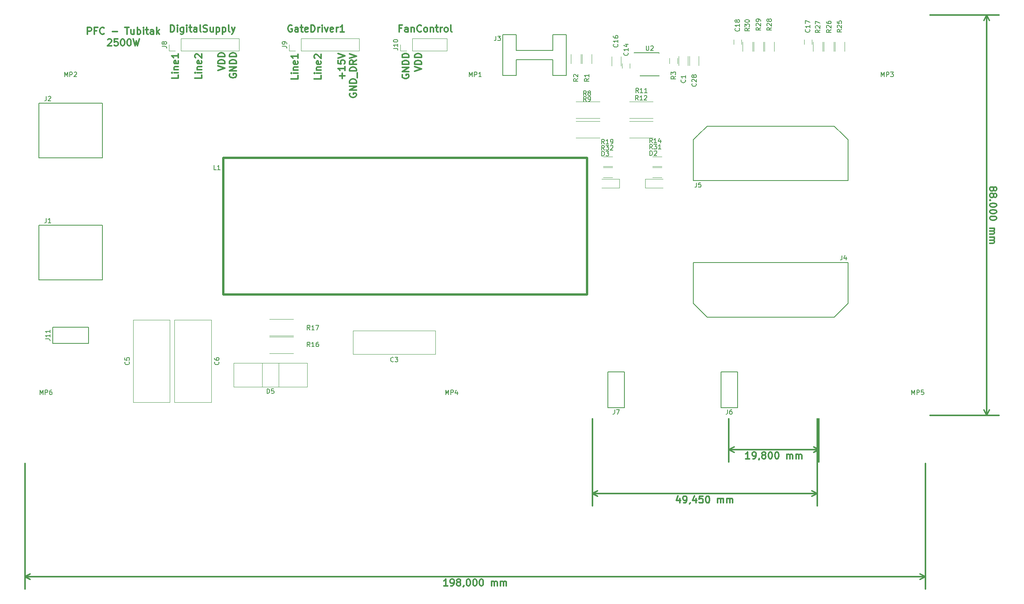
<source format=gto>
G04 #@! TF.FileFunction,Legend,Top*
%FSLAX46Y46*%
G04 Gerber Fmt 4.6, Leading zero omitted, Abs format (unit mm)*
G04 Created by KiCad (PCBNEW 4.0.7) date 06/29/18 00:02:58*
%MOMM*%
%LPD*%
G01*
G04 APERTURE LIST*
%ADD10C,0.100000*%
%ADD11C,0.300000*%
%ADD12C,0.120000*%
%ADD13C,0.500000*%
%ADD14C,0.150000*%
G04 APERTURE END LIST*
D10*
D11*
X243975001Y-175877337D02*
X243975001Y-176877337D01*
X243617858Y-175305909D02*
X243260715Y-176377337D01*
X244189287Y-176377337D01*
X244832143Y-176877337D02*
X245117858Y-176877337D01*
X245260715Y-176805909D01*
X245332143Y-176734480D01*
X245475001Y-176520195D01*
X245546429Y-176234480D01*
X245546429Y-175663052D01*
X245475001Y-175520195D01*
X245403572Y-175448766D01*
X245260715Y-175377337D01*
X244975001Y-175377337D01*
X244832143Y-175448766D01*
X244760715Y-175520195D01*
X244689286Y-175663052D01*
X244689286Y-176020195D01*
X244760715Y-176163052D01*
X244832143Y-176234480D01*
X244975001Y-176305909D01*
X245260715Y-176305909D01*
X245403572Y-176234480D01*
X245475001Y-176163052D01*
X245546429Y-176020195D01*
X246260714Y-176805909D02*
X246260714Y-176877337D01*
X246189286Y-177020195D01*
X246117857Y-177091623D01*
X247546429Y-175877337D02*
X247546429Y-176877337D01*
X247189286Y-175305909D02*
X246832143Y-176377337D01*
X247760715Y-176377337D01*
X249046429Y-175377337D02*
X248332143Y-175377337D01*
X248260714Y-176091623D01*
X248332143Y-176020195D01*
X248475000Y-175948766D01*
X248832143Y-175948766D01*
X248975000Y-176020195D01*
X249046429Y-176091623D01*
X249117857Y-176234480D01*
X249117857Y-176591623D01*
X249046429Y-176734480D01*
X248975000Y-176805909D01*
X248832143Y-176877337D01*
X248475000Y-176877337D01*
X248332143Y-176805909D01*
X248260714Y-176734480D01*
X250046428Y-175377337D02*
X250189285Y-175377337D01*
X250332142Y-175448766D01*
X250403571Y-175520195D01*
X250475000Y-175663052D01*
X250546428Y-175948766D01*
X250546428Y-176305909D01*
X250475000Y-176591623D01*
X250403571Y-176734480D01*
X250332142Y-176805909D01*
X250189285Y-176877337D01*
X250046428Y-176877337D01*
X249903571Y-176805909D01*
X249832142Y-176734480D01*
X249760714Y-176591623D01*
X249689285Y-176305909D01*
X249689285Y-175948766D01*
X249760714Y-175663052D01*
X249832142Y-175520195D01*
X249903571Y-175448766D01*
X250046428Y-175377337D01*
X252332142Y-176877337D02*
X252332142Y-175877337D01*
X252332142Y-176020195D02*
X252403570Y-175948766D01*
X252546428Y-175877337D01*
X252760713Y-175877337D01*
X252903570Y-175948766D01*
X252974999Y-176091623D01*
X252974999Y-176877337D01*
X252974999Y-176091623D02*
X253046428Y-175948766D01*
X253189285Y-175877337D01*
X253403570Y-175877337D01*
X253546428Y-175948766D01*
X253617856Y-176091623D01*
X253617856Y-176877337D01*
X254332142Y-176877337D02*
X254332142Y-175877337D01*
X254332142Y-176020195D02*
X254403570Y-175948766D01*
X254546428Y-175877337D01*
X254760713Y-175877337D01*
X254903570Y-175948766D01*
X254974999Y-176091623D01*
X254974999Y-176877337D01*
X254974999Y-176091623D02*
X255046428Y-175948766D01*
X255189285Y-175877337D01*
X255403570Y-175877337D01*
X255546428Y-175948766D01*
X255617856Y-176091623D01*
X255617856Y-176877337D01*
X274200000Y-174848766D02*
X224750000Y-174848766D01*
X274200000Y-158350000D02*
X274200000Y-177548766D01*
X224750000Y-158350000D02*
X224750000Y-177548766D01*
X224750000Y-174848766D02*
X225876504Y-174262345D01*
X224750000Y-174848766D02*
X225876504Y-175435187D01*
X274200000Y-174848766D02*
X273073496Y-174262345D01*
X274200000Y-174848766D02*
X273073496Y-175435187D01*
X259342858Y-167178571D02*
X258485715Y-167178571D01*
X258914287Y-167178571D02*
X258914287Y-165678571D01*
X258771430Y-165892857D01*
X258628572Y-166035714D01*
X258485715Y-166107143D01*
X260057143Y-167178571D02*
X260342858Y-167178571D01*
X260485715Y-167107143D01*
X260557143Y-167035714D01*
X260700001Y-166821429D01*
X260771429Y-166535714D01*
X260771429Y-165964286D01*
X260700001Y-165821429D01*
X260628572Y-165750000D01*
X260485715Y-165678571D01*
X260200001Y-165678571D01*
X260057143Y-165750000D01*
X259985715Y-165821429D01*
X259914286Y-165964286D01*
X259914286Y-166321429D01*
X259985715Y-166464286D01*
X260057143Y-166535714D01*
X260200001Y-166607143D01*
X260485715Y-166607143D01*
X260628572Y-166535714D01*
X260700001Y-166464286D01*
X260771429Y-166321429D01*
X261485714Y-167107143D02*
X261485714Y-167178571D01*
X261414286Y-167321429D01*
X261342857Y-167392857D01*
X262342858Y-166321429D02*
X262200000Y-166250000D01*
X262128572Y-166178571D01*
X262057143Y-166035714D01*
X262057143Y-165964286D01*
X262128572Y-165821429D01*
X262200000Y-165750000D01*
X262342858Y-165678571D01*
X262628572Y-165678571D01*
X262771429Y-165750000D01*
X262842858Y-165821429D01*
X262914286Y-165964286D01*
X262914286Y-166035714D01*
X262842858Y-166178571D01*
X262771429Y-166250000D01*
X262628572Y-166321429D01*
X262342858Y-166321429D01*
X262200000Y-166392857D01*
X262128572Y-166464286D01*
X262057143Y-166607143D01*
X262057143Y-166892857D01*
X262128572Y-167035714D01*
X262200000Y-167107143D01*
X262342858Y-167178571D01*
X262628572Y-167178571D01*
X262771429Y-167107143D01*
X262842858Y-167035714D01*
X262914286Y-166892857D01*
X262914286Y-166607143D01*
X262842858Y-166464286D01*
X262771429Y-166392857D01*
X262628572Y-166321429D01*
X263842857Y-165678571D02*
X263985714Y-165678571D01*
X264128571Y-165750000D01*
X264200000Y-165821429D01*
X264271429Y-165964286D01*
X264342857Y-166250000D01*
X264342857Y-166607143D01*
X264271429Y-166892857D01*
X264200000Y-167035714D01*
X264128571Y-167107143D01*
X263985714Y-167178571D01*
X263842857Y-167178571D01*
X263700000Y-167107143D01*
X263628571Y-167035714D01*
X263557143Y-166892857D01*
X263485714Y-166607143D01*
X263485714Y-166250000D01*
X263557143Y-165964286D01*
X263628571Y-165821429D01*
X263700000Y-165750000D01*
X263842857Y-165678571D01*
X265271428Y-165678571D02*
X265414285Y-165678571D01*
X265557142Y-165750000D01*
X265628571Y-165821429D01*
X265700000Y-165964286D01*
X265771428Y-166250000D01*
X265771428Y-166607143D01*
X265700000Y-166892857D01*
X265628571Y-167035714D01*
X265557142Y-167107143D01*
X265414285Y-167178571D01*
X265271428Y-167178571D01*
X265128571Y-167107143D01*
X265057142Y-167035714D01*
X264985714Y-166892857D01*
X264914285Y-166607143D01*
X264914285Y-166250000D01*
X264985714Y-165964286D01*
X265057142Y-165821429D01*
X265128571Y-165750000D01*
X265271428Y-165678571D01*
X267557142Y-167178571D02*
X267557142Y-166178571D01*
X267557142Y-166321429D02*
X267628570Y-166250000D01*
X267771428Y-166178571D01*
X267985713Y-166178571D01*
X268128570Y-166250000D01*
X268199999Y-166392857D01*
X268199999Y-167178571D01*
X268199999Y-166392857D02*
X268271428Y-166250000D01*
X268414285Y-166178571D01*
X268628570Y-166178571D01*
X268771428Y-166250000D01*
X268842856Y-166392857D01*
X268842856Y-167178571D01*
X269557142Y-167178571D02*
X269557142Y-166178571D01*
X269557142Y-166321429D02*
X269628570Y-166250000D01*
X269771428Y-166178571D01*
X269985713Y-166178571D01*
X270128570Y-166250000D01*
X270199999Y-166392857D01*
X270199999Y-167178571D01*
X270199999Y-166392857D02*
X270271428Y-166250000D01*
X270414285Y-166178571D01*
X270628570Y-166178571D01*
X270771428Y-166250000D01*
X270842856Y-166392857D01*
X270842856Y-167178571D01*
X274600000Y-165150000D02*
X254800000Y-165150000D01*
X274600000Y-158350000D02*
X274600000Y-167850000D01*
X254800000Y-158350000D02*
X254800000Y-167850000D01*
X254800000Y-165150000D02*
X255926504Y-164563579D01*
X254800000Y-165150000D02*
X255926504Y-165736421D01*
X274600000Y-165150000D02*
X273473496Y-164563579D01*
X274600000Y-165150000D02*
X273473496Y-165736421D01*
X192928573Y-195128571D02*
X192071430Y-195128571D01*
X192500002Y-195128571D02*
X192500002Y-193628571D01*
X192357145Y-193842857D01*
X192214287Y-193985714D01*
X192071430Y-194057143D01*
X193642858Y-195128571D02*
X193928573Y-195128571D01*
X194071430Y-195057143D01*
X194142858Y-194985714D01*
X194285716Y-194771429D01*
X194357144Y-194485714D01*
X194357144Y-193914286D01*
X194285716Y-193771429D01*
X194214287Y-193700000D01*
X194071430Y-193628571D01*
X193785716Y-193628571D01*
X193642858Y-193700000D01*
X193571430Y-193771429D01*
X193500001Y-193914286D01*
X193500001Y-194271429D01*
X193571430Y-194414286D01*
X193642858Y-194485714D01*
X193785716Y-194557143D01*
X194071430Y-194557143D01*
X194214287Y-194485714D01*
X194285716Y-194414286D01*
X194357144Y-194271429D01*
X195214287Y-194271429D02*
X195071429Y-194200000D01*
X195000001Y-194128571D01*
X194928572Y-193985714D01*
X194928572Y-193914286D01*
X195000001Y-193771429D01*
X195071429Y-193700000D01*
X195214287Y-193628571D01*
X195500001Y-193628571D01*
X195642858Y-193700000D01*
X195714287Y-193771429D01*
X195785715Y-193914286D01*
X195785715Y-193985714D01*
X195714287Y-194128571D01*
X195642858Y-194200000D01*
X195500001Y-194271429D01*
X195214287Y-194271429D01*
X195071429Y-194342857D01*
X195000001Y-194414286D01*
X194928572Y-194557143D01*
X194928572Y-194842857D01*
X195000001Y-194985714D01*
X195071429Y-195057143D01*
X195214287Y-195128571D01*
X195500001Y-195128571D01*
X195642858Y-195057143D01*
X195714287Y-194985714D01*
X195785715Y-194842857D01*
X195785715Y-194557143D01*
X195714287Y-194414286D01*
X195642858Y-194342857D01*
X195500001Y-194271429D01*
X196500000Y-195057143D02*
X196500000Y-195128571D01*
X196428572Y-195271429D01*
X196357143Y-195342857D01*
X197428572Y-193628571D02*
X197571429Y-193628571D01*
X197714286Y-193700000D01*
X197785715Y-193771429D01*
X197857144Y-193914286D01*
X197928572Y-194200000D01*
X197928572Y-194557143D01*
X197857144Y-194842857D01*
X197785715Y-194985714D01*
X197714286Y-195057143D01*
X197571429Y-195128571D01*
X197428572Y-195128571D01*
X197285715Y-195057143D01*
X197214286Y-194985714D01*
X197142858Y-194842857D01*
X197071429Y-194557143D01*
X197071429Y-194200000D01*
X197142858Y-193914286D01*
X197214286Y-193771429D01*
X197285715Y-193700000D01*
X197428572Y-193628571D01*
X198857143Y-193628571D02*
X199000000Y-193628571D01*
X199142857Y-193700000D01*
X199214286Y-193771429D01*
X199285715Y-193914286D01*
X199357143Y-194200000D01*
X199357143Y-194557143D01*
X199285715Y-194842857D01*
X199214286Y-194985714D01*
X199142857Y-195057143D01*
X199000000Y-195128571D01*
X198857143Y-195128571D01*
X198714286Y-195057143D01*
X198642857Y-194985714D01*
X198571429Y-194842857D01*
X198500000Y-194557143D01*
X198500000Y-194200000D01*
X198571429Y-193914286D01*
X198642857Y-193771429D01*
X198714286Y-193700000D01*
X198857143Y-193628571D01*
X200285714Y-193628571D02*
X200428571Y-193628571D01*
X200571428Y-193700000D01*
X200642857Y-193771429D01*
X200714286Y-193914286D01*
X200785714Y-194200000D01*
X200785714Y-194557143D01*
X200714286Y-194842857D01*
X200642857Y-194985714D01*
X200571428Y-195057143D01*
X200428571Y-195128571D01*
X200285714Y-195128571D01*
X200142857Y-195057143D01*
X200071428Y-194985714D01*
X200000000Y-194842857D01*
X199928571Y-194557143D01*
X199928571Y-194200000D01*
X200000000Y-193914286D01*
X200071428Y-193771429D01*
X200142857Y-193700000D01*
X200285714Y-193628571D01*
X202571428Y-195128571D02*
X202571428Y-194128571D01*
X202571428Y-194271429D02*
X202642856Y-194200000D01*
X202785714Y-194128571D01*
X202999999Y-194128571D01*
X203142856Y-194200000D01*
X203214285Y-194342857D01*
X203214285Y-195128571D01*
X203214285Y-194342857D02*
X203285714Y-194200000D01*
X203428571Y-194128571D01*
X203642856Y-194128571D01*
X203785714Y-194200000D01*
X203857142Y-194342857D01*
X203857142Y-195128571D01*
X204571428Y-195128571D02*
X204571428Y-194128571D01*
X204571428Y-194271429D02*
X204642856Y-194200000D01*
X204785714Y-194128571D01*
X204999999Y-194128571D01*
X205142856Y-194200000D01*
X205214285Y-194342857D01*
X205214285Y-195128571D01*
X205214285Y-194342857D02*
X205285714Y-194200000D01*
X205428571Y-194128571D01*
X205642856Y-194128571D01*
X205785714Y-194200000D01*
X205857142Y-194342857D01*
X205857142Y-195128571D01*
X100000000Y-193100000D02*
X298000000Y-193100000D01*
X100000000Y-168200000D02*
X100000000Y-195800000D01*
X298000000Y-168200000D02*
X298000000Y-195800000D01*
X298000000Y-193100000D02*
X296873496Y-193686421D01*
X298000000Y-193100000D02*
X296873496Y-192513579D01*
X100000000Y-193100000D02*
X101126504Y-193686421D01*
X100000000Y-193100000D02*
X101126504Y-192513579D01*
X183000000Y-82692857D02*
X182928571Y-82835714D01*
X182928571Y-83050000D01*
X183000000Y-83264285D01*
X183142857Y-83407143D01*
X183285714Y-83478571D01*
X183571429Y-83550000D01*
X183785714Y-83550000D01*
X184071429Y-83478571D01*
X184214286Y-83407143D01*
X184357143Y-83264285D01*
X184428571Y-83050000D01*
X184428571Y-82907143D01*
X184357143Y-82692857D01*
X184285714Y-82621428D01*
X183785714Y-82621428D01*
X183785714Y-82907143D01*
X184428571Y-81978571D02*
X182928571Y-81978571D01*
X184428571Y-81121428D01*
X182928571Y-81121428D01*
X184428571Y-80407142D02*
X182928571Y-80407142D01*
X182928571Y-80049999D01*
X183000000Y-79835714D01*
X183142857Y-79692856D01*
X183285714Y-79621428D01*
X183571429Y-79549999D01*
X183785714Y-79549999D01*
X184071429Y-79621428D01*
X184214286Y-79692856D01*
X184357143Y-79835714D01*
X184428571Y-80049999D01*
X184428571Y-80407142D01*
X184428571Y-78907142D02*
X182928571Y-78907142D01*
X182928571Y-78549999D01*
X183000000Y-78335714D01*
X183142857Y-78192856D01*
X183285714Y-78121428D01*
X183571429Y-78049999D01*
X183785714Y-78049999D01*
X184071429Y-78121428D01*
X184214286Y-78192856D01*
X184357143Y-78335714D01*
X184428571Y-78549999D01*
X184428571Y-78907142D01*
X185678571Y-81900000D02*
X187178571Y-81400000D01*
X185678571Y-80900000D01*
X187178571Y-80400000D02*
X185678571Y-80400000D01*
X185678571Y-80042857D01*
X185750000Y-79828572D01*
X185892857Y-79685714D01*
X186035714Y-79614286D01*
X186321429Y-79542857D01*
X186535714Y-79542857D01*
X186821429Y-79614286D01*
X186964286Y-79685714D01*
X187107143Y-79828572D01*
X187178571Y-80042857D01*
X187178571Y-80400000D01*
X187178571Y-78900000D02*
X185678571Y-78900000D01*
X185678571Y-78542857D01*
X185750000Y-78328572D01*
X185892857Y-78185714D01*
X186035714Y-78114286D01*
X186321429Y-78042857D01*
X186535714Y-78042857D01*
X186821429Y-78114286D01*
X186964286Y-78185714D01*
X187107143Y-78328572D01*
X187178571Y-78542857D01*
X187178571Y-78900000D01*
X138828571Y-82778571D02*
X138828571Y-83492857D01*
X137328571Y-83492857D01*
X138828571Y-82278571D02*
X137828571Y-82278571D01*
X137328571Y-82278571D02*
X137400000Y-82350000D01*
X137471429Y-82278571D01*
X137400000Y-82207143D01*
X137328571Y-82278571D01*
X137471429Y-82278571D01*
X137828571Y-81564285D02*
X138828571Y-81564285D01*
X137971429Y-81564285D02*
X137900000Y-81492857D01*
X137828571Y-81349999D01*
X137828571Y-81135714D01*
X137900000Y-80992857D01*
X138042857Y-80921428D01*
X138828571Y-80921428D01*
X138757143Y-79635714D02*
X138828571Y-79778571D01*
X138828571Y-80064285D01*
X138757143Y-80207142D01*
X138614286Y-80278571D01*
X138042857Y-80278571D01*
X137900000Y-80207142D01*
X137828571Y-80064285D01*
X137828571Y-79778571D01*
X137900000Y-79635714D01*
X138042857Y-79564285D01*
X138185714Y-79564285D01*
X138328571Y-80278571D01*
X137471429Y-78992857D02*
X137400000Y-78921428D01*
X137328571Y-78778571D01*
X137328571Y-78421428D01*
X137400000Y-78278571D01*
X137471429Y-78207142D01*
X137614286Y-78135714D01*
X137757143Y-78135714D01*
X137971429Y-78207142D01*
X138828571Y-79064285D01*
X138828571Y-78135714D01*
X133728571Y-82778571D02*
X133728571Y-83492857D01*
X132228571Y-83492857D01*
X133728571Y-82278571D02*
X132728571Y-82278571D01*
X132228571Y-82278571D02*
X132300000Y-82350000D01*
X132371429Y-82278571D01*
X132300000Y-82207143D01*
X132228571Y-82278571D01*
X132371429Y-82278571D01*
X132728571Y-81564285D02*
X133728571Y-81564285D01*
X132871429Y-81564285D02*
X132800000Y-81492857D01*
X132728571Y-81349999D01*
X132728571Y-81135714D01*
X132800000Y-80992857D01*
X132942857Y-80921428D01*
X133728571Y-80921428D01*
X133657143Y-79635714D02*
X133728571Y-79778571D01*
X133728571Y-80064285D01*
X133657143Y-80207142D01*
X133514286Y-80278571D01*
X132942857Y-80278571D01*
X132800000Y-80207142D01*
X132728571Y-80064285D01*
X132728571Y-79778571D01*
X132800000Y-79635714D01*
X132942857Y-79564285D01*
X133085714Y-79564285D01*
X133228571Y-80278571D01*
X133728571Y-78135714D02*
X133728571Y-78992857D01*
X133728571Y-78564285D02*
X132228571Y-78564285D01*
X132442857Y-78707142D01*
X132585714Y-78850000D01*
X132657143Y-78992857D01*
X165078571Y-82878571D02*
X165078571Y-83592857D01*
X163578571Y-83592857D01*
X165078571Y-82378571D02*
X164078571Y-82378571D01*
X163578571Y-82378571D02*
X163650000Y-82450000D01*
X163721429Y-82378571D01*
X163650000Y-82307143D01*
X163578571Y-82378571D01*
X163721429Y-82378571D01*
X164078571Y-81664285D02*
X165078571Y-81664285D01*
X164221429Y-81664285D02*
X164150000Y-81592857D01*
X164078571Y-81449999D01*
X164078571Y-81235714D01*
X164150000Y-81092857D01*
X164292857Y-81021428D01*
X165078571Y-81021428D01*
X165007143Y-79735714D02*
X165078571Y-79878571D01*
X165078571Y-80164285D01*
X165007143Y-80307142D01*
X164864286Y-80378571D01*
X164292857Y-80378571D01*
X164150000Y-80307142D01*
X164078571Y-80164285D01*
X164078571Y-79878571D01*
X164150000Y-79735714D01*
X164292857Y-79664285D01*
X164435714Y-79664285D01*
X164578571Y-80378571D01*
X163721429Y-79092857D02*
X163650000Y-79021428D01*
X163578571Y-78878571D01*
X163578571Y-78521428D01*
X163650000Y-78378571D01*
X163721429Y-78307142D01*
X163864286Y-78235714D01*
X164007143Y-78235714D01*
X164221429Y-78307142D01*
X165078571Y-79164285D01*
X165078571Y-78235714D01*
X159978571Y-82878571D02*
X159978571Y-83592857D01*
X158478571Y-83592857D01*
X159978571Y-82378571D02*
X158978571Y-82378571D01*
X158478571Y-82378571D02*
X158550000Y-82450000D01*
X158621429Y-82378571D01*
X158550000Y-82307143D01*
X158478571Y-82378571D01*
X158621429Y-82378571D01*
X158978571Y-81664285D02*
X159978571Y-81664285D01*
X159121429Y-81664285D02*
X159050000Y-81592857D01*
X158978571Y-81449999D01*
X158978571Y-81235714D01*
X159050000Y-81092857D01*
X159192857Y-81021428D01*
X159978571Y-81021428D01*
X159907143Y-79735714D02*
X159978571Y-79878571D01*
X159978571Y-80164285D01*
X159907143Y-80307142D01*
X159764286Y-80378571D01*
X159192857Y-80378571D01*
X159050000Y-80307142D01*
X158978571Y-80164285D01*
X158978571Y-79878571D01*
X159050000Y-79735714D01*
X159192857Y-79664285D01*
X159335714Y-79664285D01*
X159478571Y-80378571D01*
X159978571Y-78235714D02*
X159978571Y-79092857D01*
X159978571Y-78664285D02*
X158478571Y-78664285D01*
X158692857Y-78807142D01*
X158835714Y-78950000D01*
X158907143Y-79092857D01*
X171450000Y-86807143D02*
X171378571Y-86950000D01*
X171378571Y-87164286D01*
X171450000Y-87378571D01*
X171592857Y-87521429D01*
X171735714Y-87592857D01*
X172021429Y-87664286D01*
X172235714Y-87664286D01*
X172521429Y-87592857D01*
X172664286Y-87521429D01*
X172807143Y-87378571D01*
X172878571Y-87164286D01*
X172878571Y-87021429D01*
X172807143Y-86807143D01*
X172735714Y-86735714D01*
X172235714Y-86735714D01*
X172235714Y-87021429D01*
X172878571Y-86092857D02*
X171378571Y-86092857D01*
X172878571Y-85235714D01*
X171378571Y-85235714D01*
X172878571Y-84521428D02*
X171378571Y-84521428D01*
X171378571Y-84164285D01*
X171450000Y-83950000D01*
X171592857Y-83807142D01*
X171735714Y-83735714D01*
X172021429Y-83664285D01*
X172235714Y-83664285D01*
X172521429Y-83735714D01*
X172664286Y-83807142D01*
X172807143Y-83950000D01*
X172878571Y-84164285D01*
X172878571Y-84521428D01*
X173021429Y-83378571D02*
X173021429Y-82235714D01*
X172878571Y-81878571D02*
X171378571Y-81878571D01*
X171378571Y-81521428D01*
X171450000Y-81307143D01*
X171592857Y-81164285D01*
X171735714Y-81092857D01*
X172021429Y-81021428D01*
X172235714Y-81021428D01*
X172521429Y-81092857D01*
X172664286Y-81164285D01*
X172807143Y-81307143D01*
X172878571Y-81521428D01*
X172878571Y-81878571D01*
X172878571Y-79521428D02*
X172164286Y-80021428D01*
X172878571Y-80378571D02*
X171378571Y-80378571D01*
X171378571Y-79807143D01*
X171450000Y-79664285D01*
X171521429Y-79592857D01*
X171664286Y-79521428D01*
X171878571Y-79521428D01*
X172021429Y-79592857D01*
X172092857Y-79664285D01*
X172164286Y-79807143D01*
X172164286Y-80378571D01*
X171378571Y-79092857D02*
X172878571Y-78592857D01*
X171378571Y-78092857D01*
X169757143Y-83542856D02*
X169757143Y-82399999D01*
X170328571Y-82971428D02*
X169185714Y-82971428D01*
X170328571Y-80899999D02*
X170328571Y-81757142D01*
X170328571Y-81328570D02*
X168828571Y-81328570D01*
X169042857Y-81471427D01*
X169185714Y-81614285D01*
X169257143Y-81757142D01*
X168828571Y-79542856D02*
X168828571Y-80257142D01*
X169542857Y-80328571D01*
X169471429Y-80257142D01*
X169400000Y-80114285D01*
X169400000Y-79757142D01*
X169471429Y-79614285D01*
X169542857Y-79542856D01*
X169685714Y-79471428D01*
X170042857Y-79471428D01*
X170185714Y-79542856D01*
X170257143Y-79614285D01*
X170328571Y-79757142D01*
X170328571Y-80114285D01*
X170257143Y-80257142D01*
X170185714Y-80328571D01*
X168828571Y-79042857D02*
X170328571Y-78542857D01*
X168828571Y-78042857D01*
X145050000Y-82542857D02*
X144978571Y-82685714D01*
X144978571Y-82900000D01*
X145050000Y-83114285D01*
X145192857Y-83257143D01*
X145335714Y-83328571D01*
X145621429Y-83400000D01*
X145835714Y-83400000D01*
X146121429Y-83328571D01*
X146264286Y-83257143D01*
X146407143Y-83114285D01*
X146478571Y-82900000D01*
X146478571Y-82757143D01*
X146407143Y-82542857D01*
X146335714Y-82471428D01*
X145835714Y-82471428D01*
X145835714Y-82757143D01*
X146478571Y-81828571D02*
X144978571Y-81828571D01*
X146478571Y-80971428D01*
X144978571Y-80971428D01*
X146478571Y-80257142D02*
X144978571Y-80257142D01*
X144978571Y-79899999D01*
X145050000Y-79685714D01*
X145192857Y-79542856D01*
X145335714Y-79471428D01*
X145621429Y-79399999D01*
X145835714Y-79399999D01*
X146121429Y-79471428D01*
X146264286Y-79542856D01*
X146407143Y-79685714D01*
X146478571Y-79899999D01*
X146478571Y-80257142D01*
X146478571Y-78757142D02*
X144978571Y-78757142D01*
X144978571Y-78399999D01*
X145050000Y-78185714D01*
X145192857Y-78042856D01*
X145335714Y-77971428D01*
X145621429Y-77899999D01*
X145835714Y-77899999D01*
X146121429Y-77971428D01*
X146264286Y-78042856D01*
X146407143Y-78185714D01*
X146478571Y-78399999D01*
X146478571Y-78757142D01*
X142428571Y-81750000D02*
X143928571Y-81250000D01*
X142428571Y-80750000D01*
X143928571Y-80250000D02*
X142428571Y-80250000D01*
X142428571Y-79892857D01*
X142500000Y-79678572D01*
X142642857Y-79535714D01*
X142785714Y-79464286D01*
X143071429Y-79392857D01*
X143285714Y-79392857D01*
X143571429Y-79464286D01*
X143714286Y-79535714D01*
X143857143Y-79678572D01*
X143928571Y-79892857D01*
X143928571Y-80250000D01*
X143928571Y-78750000D02*
X142428571Y-78750000D01*
X142428571Y-78392857D01*
X142500000Y-78178572D01*
X142642857Y-78035714D01*
X142785714Y-77964286D01*
X143071429Y-77892857D01*
X143285714Y-77892857D01*
X143571429Y-77964286D01*
X143714286Y-78035714D01*
X143857143Y-78178572D01*
X143928571Y-78392857D01*
X143928571Y-78750000D01*
X313028571Y-107671430D02*
X313100000Y-107528572D01*
X313171429Y-107457144D01*
X313314286Y-107385715D01*
X313385714Y-107385715D01*
X313528571Y-107457144D01*
X313600000Y-107528572D01*
X313671429Y-107671430D01*
X313671429Y-107957144D01*
X313600000Y-108100001D01*
X313528571Y-108171430D01*
X313385714Y-108242858D01*
X313314286Y-108242858D01*
X313171429Y-108171430D01*
X313100000Y-108100001D01*
X313028571Y-107957144D01*
X313028571Y-107671430D01*
X312957143Y-107528572D01*
X312885714Y-107457144D01*
X312742857Y-107385715D01*
X312457143Y-107385715D01*
X312314286Y-107457144D01*
X312242857Y-107528572D01*
X312171429Y-107671430D01*
X312171429Y-107957144D01*
X312242857Y-108100001D01*
X312314286Y-108171430D01*
X312457143Y-108242858D01*
X312742857Y-108242858D01*
X312885714Y-108171430D01*
X312957143Y-108100001D01*
X313028571Y-107957144D01*
X313028571Y-109100001D02*
X313100000Y-108957143D01*
X313171429Y-108885715D01*
X313314286Y-108814286D01*
X313385714Y-108814286D01*
X313528571Y-108885715D01*
X313600000Y-108957143D01*
X313671429Y-109100001D01*
X313671429Y-109385715D01*
X313600000Y-109528572D01*
X313528571Y-109600001D01*
X313385714Y-109671429D01*
X313314286Y-109671429D01*
X313171429Y-109600001D01*
X313100000Y-109528572D01*
X313028571Y-109385715D01*
X313028571Y-109100001D01*
X312957143Y-108957143D01*
X312885714Y-108885715D01*
X312742857Y-108814286D01*
X312457143Y-108814286D01*
X312314286Y-108885715D01*
X312242857Y-108957143D01*
X312171429Y-109100001D01*
X312171429Y-109385715D01*
X312242857Y-109528572D01*
X312314286Y-109600001D01*
X312457143Y-109671429D01*
X312742857Y-109671429D01*
X312885714Y-109600001D01*
X312957143Y-109528572D01*
X313028571Y-109385715D01*
X312314286Y-110314286D02*
X312242857Y-110385714D01*
X312171429Y-110314286D01*
X312242857Y-110242857D01*
X312314286Y-110314286D01*
X312171429Y-110314286D01*
X313671429Y-111314286D02*
X313671429Y-111457143D01*
X313600000Y-111600000D01*
X313528571Y-111671429D01*
X313385714Y-111742858D01*
X313100000Y-111814286D01*
X312742857Y-111814286D01*
X312457143Y-111742858D01*
X312314286Y-111671429D01*
X312242857Y-111600000D01*
X312171429Y-111457143D01*
X312171429Y-111314286D01*
X312242857Y-111171429D01*
X312314286Y-111100000D01*
X312457143Y-111028572D01*
X312742857Y-110957143D01*
X313100000Y-110957143D01*
X313385714Y-111028572D01*
X313528571Y-111100000D01*
X313600000Y-111171429D01*
X313671429Y-111314286D01*
X313671429Y-112742857D02*
X313671429Y-112885714D01*
X313600000Y-113028571D01*
X313528571Y-113100000D01*
X313385714Y-113171429D01*
X313100000Y-113242857D01*
X312742857Y-113242857D01*
X312457143Y-113171429D01*
X312314286Y-113100000D01*
X312242857Y-113028571D01*
X312171429Y-112885714D01*
X312171429Y-112742857D01*
X312242857Y-112600000D01*
X312314286Y-112528571D01*
X312457143Y-112457143D01*
X312742857Y-112385714D01*
X313100000Y-112385714D01*
X313385714Y-112457143D01*
X313528571Y-112528571D01*
X313600000Y-112600000D01*
X313671429Y-112742857D01*
X313671429Y-114171428D02*
X313671429Y-114314285D01*
X313600000Y-114457142D01*
X313528571Y-114528571D01*
X313385714Y-114600000D01*
X313100000Y-114671428D01*
X312742857Y-114671428D01*
X312457143Y-114600000D01*
X312314286Y-114528571D01*
X312242857Y-114457142D01*
X312171429Y-114314285D01*
X312171429Y-114171428D01*
X312242857Y-114028571D01*
X312314286Y-113957142D01*
X312457143Y-113885714D01*
X312742857Y-113814285D01*
X313100000Y-113814285D01*
X313385714Y-113885714D01*
X313528571Y-113957142D01*
X313600000Y-114028571D01*
X313671429Y-114171428D01*
X312171429Y-116457142D02*
X313171429Y-116457142D01*
X313028571Y-116457142D02*
X313100000Y-116528570D01*
X313171429Y-116671428D01*
X313171429Y-116885713D01*
X313100000Y-117028570D01*
X312957143Y-117099999D01*
X312171429Y-117099999D01*
X312957143Y-117099999D02*
X313100000Y-117171428D01*
X313171429Y-117314285D01*
X313171429Y-117528570D01*
X313100000Y-117671428D01*
X312957143Y-117742856D01*
X312171429Y-117742856D01*
X312171429Y-118457142D02*
X313171429Y-118457142D01*
X313028571Y-118457142D02*
X313100000Y-118528570D01*
X313171429Y-118671428D01*
X313171429Y-118885713D01*
X313100000Y-119028570D01*
X312957143Y-119099999D01*
X312171429Y-119099999D01*
X312957143Y-119099999D02*
X313100000Y-119171428D01*
X313171429Y-119314285D01*
X313171429Y-119528570D01*
X313100000Y-119671428D01*
X312957143Y-119742856D01*
X312171429Y-119742856D01*
X311500000Y-69600000D02*
X311500000Y-157600000D01*
X299000000Y-69600000D02*
X314200000Y-69600000D01*
X299000000Y-157600000D02*
X314200000Y-157600000D01*
X311500000Y-157600000D02*
X310913579Y-156473496D01*
X311500000Y-157600000D02*
X312086421Y-156473496D01*
X311500000Y-69600000D02*
X310913579Y-70726504D01*
X311500000Y-69600000D02*
X312086421Y-70726504D01*
X113742857Y-73803571D02*
X113742857Y-72303571D01*
X114314285Y-72303571D01*
X114457143Y-72375000D01*
X114528571Y-72446429D01*
X114600000Y-72589286D01*
X114600000Y-72803571D01*
X114528571Y-72946429D01*
X114457143Y-73017857D01*
X114314285Y-73089286D01*
X113742857Y-73089286D01*
X115742857Y-73017857D02*
X115242857Y-73017857D01*
X115242857Y-73803571D02*
X115242857Y-72303571D01*
X115957143Y-72303571D01*
X117385714Y-73660714D02*
X117314285Y-73732143D01*
X117099999Y-73803571D01*
X116957142Y-73803571D01*
X116742857Y-73732143D01*
X116599999Y-73589286D01*
X116528571Y-73446429D01*
X116457142Y-73160714D01*
X116457142Y-72946429D01*
X116528571Y-72660714D01*
X116599999Y-72517857D01*
X116742857Y-72375000D01*
X116957142Y-72303571D01*
X117099999Y-72303571D01*
X117314285Y-72375000D01*
X117385714Y-72446429D01*
X119171428Y-73232143D02*
X120314285Y-73232143D01*
X121957142Y-72303571D02*
X122814285Y-72303571D01*
X122385714Y-73803571D02*
X122385714Y-72303571D01*
X123957142Y-72803571D02*
X123957142Y-73803571D01*
X123314285Y-72803571D02*
X123314285Y-73589286D01*
X123385713Y-73732143D01*
X123528571Y-73803571D01*
X123742856Y-73803571D01*
X123885713Y-73732143D01*
X123957142Y-73660714D01*
X124671428Y-73803571D02*
X124671428Y-72303571D01*
X124671428Y-72875000D02*
X124814285Y-72803571D01*
X125099999Y-72803571D01*
X125242856Y-72875000D01*
X125314285Y-72946429D01*
X125385714Y-73089286D01*
X125385714Y-73517857D01*
X125314285Y-73660714D01*
X125242856Y-73732143D01*
X125099999Y-73803571D01*
X124814285Y-73803571D01*
X124671428Y-73732143D01*
X126028571Y-73803571D02*
X126028571Y-72803571D01*
X126028571Y-72303571D02*
X125957142Y-72375000D01*
X126028571Y-72446429D01*
X126099999Y-72375000D01*
X126028571Y-72303571D01*
X126028571Y-72446429D01*
X126528571Y-72803571D02*
X127100000Y-72803571D01*
X126742857Y-72303571D02*
X126742857Y-73589286D01*
X126814285Y-73732143D01*
X126957143Y-73803571D01*
X127100000Y-73803571D01*
X128242857Y-73803571D02*
X128242857Y-73017857D01*
X128171428Y-72875000D01*
X128028571Y-72803571D01*
X127742857Y-72803571D01*
X127600000Y-72875000D01*
X128242857Y-73732143D02*
X128100000Y-73803571D01*
X127742857Y-73803571D01*
X127600000Y-73732143D01*
X127528571Y-73589286D01*
X127528571Y-73446429D01*
X127600000Y-73303571D01*
X127742857Y-73232143D01*
X128100000Y-73232143D01*
X128242857Y-73160714D01*
X128957143Y-73803571D02*
X128957143Y-72303571D01*
X129100000Y-73232143D02*
X129528571Y-73803571D01*
X129528571Y-72803571D02*
X128957143Y-73375000D01*
X118171429Y-74996429D02*
X118242858Y-74925000D01*
X118385715Y-74853571D01*
X118742858Y-74853571D01*
X118885715Y-74925000D01*
X118957144Y-74996429D01*
X119028572Y-75139286D01*
X119028572Y-75282143D01*
X118957144Y-75496429D01*
X118100001Y-76353571D01*
X119028572Y-76353571D01*
X120385715Y-74853571D02*
X119671429Y-74853571D01*
X119600000Y-75567857D01*
X119671429Y-75496429D01*
X119814286Y-75425000D01*
X120171429Y-75425000D01*
X120314286Y-75496429D01*
X120385715Y-75567857D01*
X120457143Y-75710714D01*
X120457143Y-76067857D01*
X120385715Y-76210714D01*
X120314286Y-76282143D01*
X120171429Y-76353571D01*
X119814286Y-76353571D01*
X119671429Y-76282143D01*
X119600000Y-76210714D01*
X121385714Y-74853571D02*
X121528571Y-74853571D01*
X121671428Y-74925000D01*
X121742857Y-74996429D01*
X121814286Y-75139286D01*
X121885714Y-75425000D01*
X121885714Y-75782143D01*
X121814286Y-76067857D01*
X121742857Y-76210714D01*
X121671428Y-76282143D01*
X121528571Y-76353571D01*
X121385714Y-76353571D01*
X121242857Y-76282143D01*
X121171428Y-76210714D01*
X121100000Y-76067857D01*
X121028571Y-75782143D01*
X121028571Y-75425000D01*
X121100000Y-75139286D01*
X121171428Y-74996429D01*
X121242857Y-74925000D01*
X121385714Y-74853571D01*
X122814285Y-74853571D02*
X122957142Y-74853571D01*
X123099999Y-74925000D01*
X123171428Y-74996429D01*
X123242857Y-75139286D01*
X123314285Y-75425000D01*
X123314285Y-75782143D01*
X123242857Y-76067857D01*
X123171428Y-76210714D01*
X123099999Y-76282143D01*
X122957142Y-76353571D01*
X122814285Y-76353571D01*
X122671428Y-76282143D01*
X122599999Y-76210714D01*
X122528571Y-76067857D01*
X122457142Y-75782143D01*
X122457142Y-75425000D01*
X122528571Y-75139286D01*
X122599999Y-74996429D01*
X122671428Y-74925000D01*
X122814285Y-74853571D01*
X123814285Y-74853571D02*
X124171428Y-76353571D01*
X124457142Y-75282143D01*
X124742856Y-76353571D01*
X125099999Y-74853571D01*
X182785715Y-72492857D02*
X182285715Y-72492857D01*
X182285715Y-73278571D02*
X182285715Y-71778571D01*
X183000001Y-71778571D01*
X184214286Y-73278571D02*
X184214286Y-72492857D01*
X184142857Y-72350000D01*
X184000000Y-72278571D01*
X183714286Y-72278571D01*
X183571429Y-72350000D01*
X184214286Y-73207143D02*
X184071429Y-73278571D01*
X183714286Y-73278571D01*
X183571429Y-73207143D01*
X183500000Y-73064286D01*
X183500000Y-72921429D01*
X183571429Y-72778571D01*
X183714286Y-72707143D01*
X184071429Y-72707143D01*
X184214286Y-72635714D01*
X184928572Y-72278571D02*
X184928572Y-73278571D01*
X184928572Y-72421429D02*
X185000000Y-72350000D01*
X185142858Y-72278571D01*
X185357143Y-72278571D01*
X185500000Y-72350000D01*
X185571429Y-72492857D01*
X185571429Y-73278571D01*
X187142858Y-73135714D02*
X187071429Y-73207143D01*
X186857143Y-73278571D01*
X186714286Y-73278571D01*
X186500001Y-73207143D01*
X186357143Y-73064286D01*
X186285715Y-72921429D01*
X186214286Y-72635714D01*
X186214286Y-72421429D01*
X186285715Y-72135714D01*
X186357143Y-71992857D01*
X186500001Y-71850000D01*
X186714286Y-71778571D01*
X186857143Y-71778571D01*
X187071429Y-71850000D01*
X187142858Y-71921429D01*
X188000001Y-73278571D02*
X187857143Y-73207143D01*
X187785715Y-73135714D01*
X187714286Y-72992857D01*
X187714286Y-72564286D01*
X187785715Y-72421429D01*
X187857143Y-72350000D01*
X188000001Y-72278571D01*
X188214286Y-72278571D01*
X188357143Y-72350000D01*
X188428572Y-72421429D01*
X188500001Y-72564286D01*
X188500001Y-72992857D01*
X188428572Y-73135714D01*
X188357143Y-73207143D01*
X188214286Y-73278571D01*
X188000001Y-73278571D01*
X189142858Y-72278571D02*
X189142858Y-73278571D01*
X189142858Y-72421429D02*
X189214286Y-72350000D01*
X189357144Y-72278571D01*
X189571429Y-72278571D01*
X189714286Y-72350000D01*
X189785715Y-72492857D01*
X189785715Y-73278571D01*
X190285715Y-72278571D02*
X190857144Y-72278571D01*
X190500001Y-71778571D02*
X190500001Y-73064286D01*
X190571429Y-73207143D01*
X190714287Y-73278571D01*
X190857144Y-73278571D01*
X191357144Y-73278571D02*
X191357144Y-72278571D01*
X191357144Y-72564286D02*
X191428572Y-72421429D01*
X191500001Y-72350000D01*
X191642858Y-72278571D01*
X191785715Y-72278571D01*
X192500001Y-73278571D02*
X192357143Y-73207143D01*
X192285715Y-73135714D01*
X192214286Y-72992857D01*
X192214286Y-72564286D01*
X192285715Y-72421429D01*
X192357143Y-72350000D01*
X192500001Y-72278571D01*
X192714286Y-72278571D01*
X192857143Y-72350000D01*
X192928572Y-72421429D01*
X193000001Y-72564286D01*
X193000001Y-72992857D01*
X192928572Y-73135714D01*
X192857143Y-73207143D01*
X192714286Y-73278571D01*
X192500001Y-73278571D01*
X193857144Y-73278571D02*
X193714286Y-73207143D01*
X193642858Y-73064286D01*
X193642858Y-71778571D01*
X132000000Y-73278571D02*
X132000000Y-71778571D01*
X132357143Y-71778571D01*
X132571428Y-71850000D01*
X132714286Y-71992857D01*
X132785714Y-72135714D01*
X132857143Y-72421429D01*
X132857143Y-72635714D01*
X132785714Y-72921429D01*
X132714286Y-73064286D01*
X132571428Y-73207143D01*
X132357143Y-73278571D01*
X132000000Y-73278571D01*
X133500000Y-73278571D02*
X133500000Y-72278571D01*
X133500000Y-71778571D02*
X133428571Y-71850000D01*
X133500000Y-71921429D01*
X133571428Y-71850000D01*
X133500000Y-71778571D01*
X133500000Y-71921429D01*
X134857143Y-72278571D02*
X134857143Y-73492857D01*
X134785714Y-73635714D01*
X134714286Y-73707143D01*
X134571429Y-73778571D01*
X134357143Y-73778571D01*
X134214286Y-73707143D01*
X134857143Y-73207143D02*
X134714286Y-73278571D01*
X134428572Y-73278571D01*
X134285714Y-73207143D01*
X134214286Y-73135714D01*
X134142857Y-72992857D01*
X134142857Y-72564286D01*
X134214286Y-72421429D01*
X134285714Y-72350000D01*
X134428572Y-72278571D01*
X134714286Y-72278571D01*
X134857143Y-72350000D01*
X135571429Y-73278571D02*
X135571429Y-72278571D01*
X135571429Y-71778571D02*
X135500000Y-71850000D01*
X135571429Y-71921429D01*
X135642857Y-71850000D01*
X135571429Y-71778571D01*
X135571429Y-71921429D01*
X136071429Y-72278571D02*
X136642858Y-72278571D01*
X136285715Y-71778571D02*
X136285715Y-73064286D01*
X136357143Y-73207143D01*
X136500001Y-73278571D01*
X136642858Y-73278571D01*
X137785715Y-73278571D02*
X137785715Y-72492857D01*
X137714286Y-72350000D01*
X137571429Y-72278571D01*
X137285715Y-72278571D01*
X137142858Y-72350000D01*
X137785715Y-73207143D02*
X137642858Y-73278571D01*
X137285715Y-73278571D01*
X137142858Y-73207143D01*
X137071429Y-73064286D01*
X137071429Y-72921429D01*
X137142858Y-72778571D01*
X137285715Y-72707143D01*
X137642858Y-72707143D01*
X137785715Y-72635714D01*
X138714287Y-73278571D02*
X138571429Y-73207143D01*
X138500001Y-73064286D01*
X138500001Y-71778571D01*
X139214286Y-73207143D02*
X139428572Y-73278571D01*
X139785715Y-73278571D01*
X139928572Y-73207143D01*
X140000001Y-73135714D01*
X140071429Y-72992857D01*
X140071429Y-72850000D01*
X140000001Y-72707143D01*
X139928572Y-72635714D01*
X139785715Y-72564286D01*
X139500001Y-72492857D01*
X139357143Y-72421429D01*
X139285715Y-72350000D01*
X139214286Y-72207143D01*
X139214286Y-72064286D01*
X139285715Y-71921429D01*
X139357143Y-71850000D01*
X139500001Y-71778571D01*
X139857143Y-71778571D01*
X140071429Y-71850000D01*
X141357143Y-72278571D02*
X141357143Y-73278571D01*
X140714286Y-72278571D02*
X140714286Y-73064286D01*
X140785714Y-73207143D01*
X140928572Y-73278571D01*
X141142857Y-73278571D01*
X141285714Y-73207143D01*
X141357143Y-73135714D01*
X142071429Y-72278571D02*
X142071429Y-73778571D01*
X142071429Y-72350000D02*
X142214286Y-72278571D01*
X142500000Y-72278571D01*
X142642857Y-72350000D01*
X142714286Y-72421429D01*
X142785715Y-72564286D01*
X142785715Y-72992857D01*
X142714286Y-73135714D01*
X142642857Y-73207143D01*
X142500000Y-73278571D01*
X142214286Y-73278571D01*
X142071429Y-73207143D01*
X143428572Y-72278571D02*
X143428572Y-73778571D01*
X143428572Y-72350000D02*
X143571429Y-72278571D01*
X143857143Y-72278571D01*
X144000000Y-72350000D01*
X144071429Y-72421429D01*
X144142858Y-72564286D01*
X144142858Y-72992857D01*
X144071429Y-73135714D01*
X144000000Y-73207143D01*
X143857143Y-73278571D01*
X143571429Y-73278571D01*
X143428572Y-73207143D01*
X145000001Y-73278571D02*
X144857143Y-73207143D01*
X144785715Y-73064286D01*
X144785715Y-71778571D01*
X145428572Y-72278571D02*
X145785715Y-73278571D01*
X146142857Y-72278571D02*
X145785715Y-73278571D01*
X145642857Y-73635714D01*
X145571429Y-73707143D01*
X145428572Y-73778571D01*
X158678572Y-71850000D02*
X158535715Y-71778571D01*
X158321429Y-71778571D01*
X158107144Y-71850000D01*
X157964286Y-71992857D01*
X157892858Y-72135714D01*
X157821429Y-72421429D01*
X157821429Y-72635714D01*
X157892858Y-72921429D01*
X157964286Y-73064286D01*
X158107144Y-73207143D01*
X158321429Y-73278571D01*
X158464286Y-73278571D01*
X158678572Y-73207143D01*
X158750001Y-73135714D01*
X158750001Y-72635714D01*
X158464286Y-72635714D01*
X160035715Y-73278571D02*
X160035715Y-72492857D01*
X159964286Y-72350000D01*
X159821429Y-72278571D01*
X159535715Y-72278571D01*
X159392858Y-72350000D01*
X160035715Y-73207143D02*
X159892858Y-73278571D01*
X159535715Y-73278571D01*
X159392858Y-73207143D01*
X159321429Y-73064286D01*
X159321429Y-72921429D01*
X159392858Y-72778571D01*
X159535715Y-72707143D01*
X159892858Y-72707143D01*
X160035715Y-72635714D01*
X160535715Y-72278571D02*
X161107144Y-72278571D01*
X160750001Y-71778571D02*
X160750001Y-73064286D01*
X160821429Y-73207143D01*
X160964287Y-73278571D01*
X161107144Y-73278571D01*
X162178572Y-73207143D02*
X162035715Y-73278571D01*
X161750001Y-73278571D01*
X161607144Y-73207143D01*
X161535715Y-73064286D01*
X161535715Y-72492857D01*
X161607144Y-72350000D01*
X161750001Y-72278571D01*
X162035715Y-72278571D01*
X162178572Y-72350000D01*
X162250001Y-72492857D01*
X162250001Y-72635714D01*
X161535715Y-72778571D01*
X162892858Y-73278571D02*
X162892858Y-71778571D01*
X163250001Y-71778571D01*
X163464286Y-71850000D01*
X163607144Y-71992857D01*
X163678572Y-72135714D01*
X163750001Y-72421429D01*
X163750001Y-72635714D01*
X163678572Y-72921429D01*
X163607144Y-73064286D01*
X163464286Y-73207143D01*
X163250001Y-73278571D01*
X162892858Y-73278571D01*
X164392858Y-73278571D02*
X164392858Y-72278571D01*
X164392858Y-72564286D02*
X164464286Y-72421429D01*
X164535715Y-72350000D01*
X164678572Y-72278571D01*
X164821429Y-72278571D01*
X165321429Y-73278571D02*
X165321429Y-72278571D01*
X165321429Y-71778571D02*
X165250000Y-71850000D01*
X165321429Y-71921429D01*
X165392857Y-71850000D01*
X165321429Y-71778571D01*
X165321429Y-71921429D01*
X165892858Y-72278571D02*
X166250001Y-73278571D01*
X166607143Y-72278571D01*
X167750000Y-73207143D02*
X167607143Y-73278571D01*
X167321429Y-73278571D01*
X167178572Y-73207143D01*
X167107143Y-73064286D01*
X167107143Y-72492857D01*
X167178572Y-72350000D01*
X167321429Y-72278571D01*
X167607143Y-72278571D01*
X167750000Y-72350000D01*
X167821429Y-72492857D01*
X167821429Y-72635714D01*
X167107143Y-72778571D01*
X168464286Y-73278571D02*
X168464286Y-72278571D01*
X168464286Y-72564286D02*
X168535714Y-72421429D01*
X168607143Y-72350000D01*
X168750000Y-72278571D01*
X168892857Y-72278571D01*
X170178571Y-73278571D02*
X169321428Y-73278571D01*
X169750000Y-73278571D02*
X169750000Y-71778571D01*
X169607143Y-71992857D01*
X169464285Y-72135714D01*
X169321428Y-72207143D01*
D12*
X158992141Y-140120000D02*
X153792141Y-140120000D01*
X153792141Y-136480000D02*
X158992141Y-136480000D01*
X238000000Y-103130000D02*
X240000000Y-103130000D01*
X240000000Y-105270000D02*
X238000000Y-105270000D01*
X240000002Y-102870000D02*
X238000002Y-102870000D01*
X238000002Y-100730000D02*
X240000002Y-100730000D01*
X229200000Y-105270000D02*
X227200000Y-105270000D01*
X227200000Y-103130000D02*
X229200000Y-103130000D01*
D13*
X223600000Y-131000000D02*
X223600000Y-101000000D01*
X143600000Y-101000000D02*
X223600000Y-101000000D01*
X143600000Y-131000000D02*
X223600000Y-131000000D01*
X143600000Y-131000000D02*
X143600000Y-101000000D01*
D14*
X278000000Y-94000000D02*
X276000000Y-94000000D01*
X280000000Y-96000000D02*
X278000000Y-94000000D01*
X250000000Y-94000000D02*
X276000000Y-94000000D01*
X248000000Y-96000000D02*
X250000000Y-94000000D01*
X247000000Y-97000000D02*
X248000000Y-96000000D01*
X274000000Y-106000000D02*
X254000000Y-106000000D01*
X281000000Y-97000000D02*
X280000000Y-96000000D01*
X254000000Y-106000000D02*
X247000000Y-106000000D01*
X281000000Y-106000000D02*
X274000000Y-106000000D01*
X247000000Y-106000000D02*
X247000000Y-97000000D01*
X247000000Y-101000000D02*
X247000000Y-97000000D01*
X281000000Y-106000000D02*
X281000000Y-97000000D01*
D12*
X275697012Y-77507025D02*
X275697012Y-75507025D01*
X277837012Y-75507025D02*
X277837012Y-77507025D01*
X273297011Y-77507026D02*
X273297011Y-75507026D01*
X275437011Y-75507026D02*
X275437011Y-77507026D01*
X246150000Y-78630000D02*
X246150000Y-80630000D01*
X248190000Y-80630000D02*
X248190000Y-78630000D01*
X280237012Y-75507026D02*
X280237012Y-77507026D01*
X278097012Y-77507026D02*
X278097012Y-75507026D01*
X264777900Y-75490434D02*
X264777900Y-77490434D01*
X262637900Y-77490434D02*
X262637900Y-75490434D01*
X257837901Y-77490432D02*
X257837901Y-75490432D01*
X259977901Y-75490432D02*
X259977901Y-77490432D01*
X257557901Y-75990433D02*
X257557901Y-74990433D01*
X255857901Y-74990433D02*
X255857901Y-75990433D01*
X273017011Y-76007026D02*
X273017011Y-75007026D01*
X271317011Y-75007026D02*
X271317011Y-76007026D01*
X260237902Y-77490434D02*
X260237902Y-75490434D01*
X262377902Y-75490434D02*
X262377902Y-77490434D01*
X221155354Y-88656204D02*
X226355354Y-88656204D01*
X226355354Y-92296204D02*
X221155354Y-92296204D01*
X221155354Y-92906204D02*
X226355354Y-92906204D01*
X226355354Y-96546204D02*
X221155354Y-96546204D01*
X232905355Y-88656204D02*
X238105355Y-88656204D01*
X238105355Y-92296204D02*
X232905355Y-92296204D01*
X232905355Y-92906204D02*
X238105355Y-92906204D01*
X238105355Y-96546204D02*
X232905355Y-96546204D01*
X227200000Y-100729999D02*
X229200000Y-100729999D01*
X229200000Y-102869999D02*
X227200000Y-102869999D01*
X231316000Y-80274000D02*
X231316000Y-81274000D01*
X233016000Y-81274000D02*
X233016000Y-80274000D01*
X228980000Y-78750000D02*
X228980000Y-80750000D01*
X231020000Y-80750000D02*
X231020000Y-78750000D01*
D14*
X235291000Y-77834000D02*
X235291000Y-77884000D01*
X239441000Y-77834000D02*
X239441000Y-77979000D01*
X239441000Y-82984000D02*
X239441000Y-82839000D01*
X235291000Y-82984000D02*
X235291000Y-82839000D01*
X235291000Y-77834000D02*
X239441000Y-77834000D01*
X235291000Y-82984000D02*
X239441000Y-82984000D01*
X235291000Y-77884000D02*
X233891000Y-77884000D01*
D12*
X158992140Y-144020000D02*
X153792140Y-144020000D01*
X153792140Y-140380000D02*
X158992140Y-140380000D01*
X162020000Y-151351000D02*
X145880000Y-151351000D01*
X162020000Y-146080000D02*
X145880000Y-146080000D01*
X162020000Y-151351000D02*
X162020000Y-146080000D01*
X145880000Y-151351000D02*
X145880000Y-146080000D01*
X155754000Y-151351000D02*
X155754000Y-146080000D01*
X152145000Y-151351000D02*
X152145000Y-146080000D01*
D14*
X117000000Y-127800000D02*
X117000000Y-116800000D01*
X103000000Y-127800000D02*
X117000000Y-127800000D01*
X103000000Y-126800000D02*
X103000000Y-127800000D01*
X103000000Y-115800000D02*
X103000000Y-126800000D01*
X117000000Y-115800000D02*
X103000000Y-115800000D01*
X117000000Y-116800000D02*
X117000000Y-115800000D01*
X117000000Y-101000000D02*
X117000000Y-90000000D01*
X103000000Y-101000000D02*
X117000000Y-101000000D01*
X103000000Y-100000000D02*
X103000000Y-101000000D01*
X103000000Y-89000000D02*
X103000000Y-100000000D01*
X117000000Y-89000000D02*
X103000000Y-89000000D01*
X117000000Y-90000000D02*
X117000000Y-89000000D01*
X250000000Y-136000000D02*
X252000000Y-136000000D01*
X248000000Y-134000000D02*
X250000000Y-136000000D01*
X278000000Y-136000000D02*
X252000000Y-136000000D01*
X280000000Y-134000000D02*
X278000000Y-136000000D01*
X281000000Y-133000000D02*
X280000000Y-134000000D01*
X254000000Y-124000000D02*
X274000000Y-124000000D01*
X247000000Y-133000000D02*
X248000000Y-134000000D01*
X274000000Y-124000000D02*
X281000000Y-124000000D01*
X247000000Y-124000000D02*
X254000000Y-124000000D01*
X281000000Y-124000000D02*
X281000000Y-133000000D01*
X281000000Y-129000000D02*
X281000000Y-133000000D01*
X247000000Y-124000000D02*
X247000000Y-133000000D01*
X256700000Y-148050000D02*
X253100000Y-148050000D01*
X256700000Y-155950000D02*
X256700000Y-148050000D01*
X253100000Y-155950000D02*
X256700000Y-155950000D01*
X253100000Y-148050000D02*
X253100000Y-155950000D01*
X231800000Y-148050000D02*
X228200000Y-148050000D01*
X231800000Y-155950000D02*
X231800000Y-148050000D01*
X228200000Y-155950000D02*
X231800000Y-155950000D01*
X228200000Y-148050000D02*
X228200000Y-155950000D01*
D12*
X236350000Y-105600000D02*
X236350000Y-107600000D01*
X236350000Y-107600000D02*
X240250000Y-107600000D01*
X236350000Y-105600000D02*
X240250000Y-105600000D01*
X230750000Y-107600000D02*
X230750000Y-105600000D01*
X230750000Y-105600000D02*
X226850000Y-105600000D01*
X230750000Y-107600000D02*
X226850000Y-107600000D01*
X224622595Y-78203582D02*
X224622595Y-80203582D01*
X222482595Y-80203582D02*
X222482595Y-78203582D01*
X222222594Y-78203582D02*
X222222594Y-80203582D01*
X220082594Y-80203582D02*
X220082594Y-78203582D01*
D14*
X219050000Y-73900000D02*
X219050000Y-74400000D01*
X216050000Y-73900000D02*
X219050000Y-73900000D01*
X216050000Y-74400000D02*
X216050000Y-73900000D01*
X219050000Y-82900000D02*
X219050000Y-82400000D01*
X216050000Y-82900000D02*
X219050000Y-82900000D01*
X216050000Y-82400000D02*
X216050000Y-82900000D01*
X208050000Y-82900000D02*
X208050000Y-82400000D01*
X205050000Y-82900000D02*
X208050000Y-82900000D01*
X205050000Y-82400000D02*
X205050000Y-82900000D01*
X208050000Y-73900000D02*
X208050000Y-74400000D01*
X205050000Y-73900000D02*
X208050000Y-73900000D01*
X205050000Y-74400000D02*
X205050000Y-73900000D01*
X216050000Y-77400000D02*
X216050000Y-76900000D01*
X208050000Y-77400000D02*
X216050000Y-77400000D01*
X208050000Y-76900000D02*
X208050000Y-77400000D01*
X208050000Y-79400000D02*
X208050000Y-79900000D01*
X216050000Y-79400000D02*
X208050000Y-79400000D01*
X216050000Y-79900000D02*
X216050000Y-79400000D01*
X216050000Y-76900000D02*
X216050000Y-75400000D01*
X208050000Y-75400000D02*
X208050000Y-76900000D01*
X216050000Y-75400000D02*
X216050000Y-74400000D01*
X208050000Y-74400000D02*
X208050000Y-75400000D01*
X205050000Y-82400000D02*
X205050000Y-74400000D01*
X208050000Y-79900000D02*
X208050000Y-82400000D01*
X216050000Y-82400000D02*
X216050000Y-79900000D01*
X219050000Y-74400000D02*
X219050000Y-82400000D01*
D12*
X190260000Y-144160000D02*
X172140000Y-144160000D01*
X190260000Y-139040000D02*
X172140000Y-139040000D01*
X190260000Y-144160000D02*
X190260000Y-139040000D01*
X172140000Y-144160000D02*
X172140000Y-139040000D01*
X173450000Y-77430000D02*
X173450000Y-74770000D01*
X160690000Y-77430000D02*
X173450000Y-77430000D01*
X160690000Y-74770000D02*
X173450000Y-74770000D01*
X160690000Y-77430000D02*
X160690000Y-74770000D01*
X159420000Y-77430000D02*
X158090000Y-77430000D01*
X158090000Y-77430000D02*
X158090000Y-76100000D01*
X192810000Y-77430000D02*
X192810000Y-74770000D01*
X185130000Y-77430000D02*
X192810000Y-77430000D01*
X185130000Y-74770000D02*
X192810000Y-74770000D01*
X185130000Y-77430000D02*
X185130000Y-74770000D01*
X183860000Y-77430000D02*
X182530000Y-77430000D01*
X182530000Y-77430000D02*
X182530000Y-76100000D01*
X147030000Y-77430000D02*
X147030000Y-74770000D01*
X134270000Y-77430000D02*
X147030000Y-77430000D01*
X134270000Y-74770000D02*
X147030000Y-74770000D01*
X134270000Y-77430000D02*
X134270000Y-74770000D01*
X133000000Y-77430000D02*
X131670000Y-77430000D01*
X131670000Y-77430000D02*
X131670000Y-76100000D01*
X245810000Y-80630000D02*
X245810000Y-78630000D01*
X243770000Y-78630000D02*
X243770000Y-80630000D01*
X241760000Y-80220000D02*
X241760000Y-79020000D01*
X243520000Y-79020000D02*
X243520000Y-80220000D01*
D14*
X113950000Y-141800000D02*
X113950000Y-138200000D01*
X106050000Y-141800000D02*
X113950000Y-141800000D01*
X106050000Y-138200000D02*
X106050000Y-141800000D01*
X113950000Y-138200000D02*
X106050000Y-138200000D01*
D12*
X123740000Y-154760000D02*
X123740000Y-136640000D01*
X131860000Y-154760000D02*
X131860000Y-136640000D01*
X123740000Y-154760000D02*
X131860000Y-154760000D01*
X123740000Y-136640000D02*
X131860000Y-136640000D01*
X140960000Y-136640000D02*
X140960000Y-154760000D01*
X132840000Y-136640000D02*
X132840000Y-154760000D01*
X140960000Y-136640000D02*
X132840000Y-136640000D01*
X140960000Y-154760000D02*
X132840000Y-154760000D01*
D14*
X162657143Y-138802381D02*
X162323809Y-138326190D01*
X162085714Y-138802381D02*
X162085714Y-137802381D01*
X162466667Y-137802381D01*
X162561905Y-137850000D01*
X162609524Y-137897619D01*
X162657143Y-137992857D01*
X162657143Y-138135714D01*
X162609524Y-138230952D01*
X162561905Y-138278571D01*
X162466667Y-138326190D01*
X162085714Y-138326190D01*
X163609524Y-138802381D02*
X163038095Y-138802381D01*
X163323809Y-138802381D02*
X163323809Y-137802381D01*
X163228571Y-137945238D01*
X163133333Y-138040476D01*
X163038095Y-138088095D01*
X163942857Y-137802381D02*
X164609524Y-137802381D01*
X164180952Y-138802381D01*
X237957143Y-99052381D02*
X237623809Y-98576190D01*
X237385714Y-99052381D02*
X237385714Y-98052381D01*
X237766667Y-98052381D01*
X237861905Y-98100000D01*
X237909524Y-98147619D01*
X237957143Y-98242857D01*
X237957143Y-98385714D01*
X237909524Y-98480952D01*
X237861905Y-98528571D01*
X237766667Y-98576190D01*
X237385714Y-98576190D01*
X238290476Y-98052381D02*
X238909524Y-98052381D01*
X238576190Y-98433333D01*
X238719048Y-98433333D01*
X238814286Y-98480952D01*
X238861905Y-98528571D01*
X238909524Y-98623810D01*
X238909524Y-98861905D01*
X238861905Y-98957143D01*
X238814286Y-99004762D01*
X238719048Y-99052381D01*
X238433333Y-99052381D01*
X238338095Y-99004762D01*
X238290476Y-98957143D01*
X239861905Y-99052381D02*
X239290476Y-99052381D01*
X239576190Y-99052381D02*
X239576190Y-98052381D01*
X239480952Y-98195238D01*
X239385714Y-98290476D01*
X239290476Y-98338095D01*
X237957143Y-97702381D02*
X237623809Y-97226190D01*
X237385714Y-97702381D02*
X237385714Y-96702381D01*
X237766667Y-96702381D01*
X237861905Y-96750000D01*
X237909524Y-96797619D01*
X237957143Y-96892857D01*
X237957143Y-97035714D01*
X237909524Y-97130952D01*
X237861905Y-97178571D01*
X237766667Y-97226190D01*
X237385714Y-97226190D01*
X238909524Y-97702381D02*
X238338095Y-97702381D01*
X238623809Y-97702381D02*
X238623809Y-96702381D01*
X238528571Y-96845238D01*
X238433333Y-96940476D01*
X238338095Y-96988095D01*
X239766667Y-97035714D02*
X239766667Y-97702381D01*
X239528571Y-96654762D02*
X239290476Y-97369048D01*
X239909524Y-97369048D01*
X227407143Y-99252381D02*
X227073809Y-98776190D01*
X226835714Y-99252381D02*
X226835714Y-98252381D01*
X227216667Y-98252381D01*
X227311905Y-98300000D01*
X227359524Y-98347619D01*
X227407143Y-98442857D01*
X227407143Y-98585714D01*
X227359524Y-98680952D01*
X227311905Y-98728571D01*
X227216667Y-98776190D01*
X226835714Y-98776190D01*
X227740476Y-98252381D02*
X228359524Y-98252381D01*
X228026190Y-98633333D01*
X228169048Y-98633333D01*
X228264286Y-98680952D01*
X228311905Y-98728571D01*
X228359524Y-98823810D01*
X228359524Y-99061905D01*
X228311905Y-99157143D01*
X228264286Y-99204762D01*
X228169048Y-99252381D01*
X227883333Y-99252381D01*
X227788095Y-99204762D01*
X227740476Y-99157143D01*
X228740476Y-98347619D02*
X228788095Y-98300000D01*
X228883333Y-98252381D01*
X229121429Y-98252381D01*
X229216667Y-98300000D01*
X229264286Y-98347619D01*
X229311905Y-98442857D01*
X229311905Y-98538095D01*
X229264286Y-98680952D01*
X228692857Y-99252381D01*
X229311905Y-99252381D01*
X142033334Y-103602381D02*
X141557143Y-103602381D01*
X141557143Y-102602381D01*
X142890477Y-103602381D02*
X142319048Y-103602381D01*
X142604762Y-103602381D02*
X142604762Y-102602381D01*
X142509524Y-102745238D01*
X142414286Y-102840476D01*
X142319048Y-102888095D01*
X247666667Y-106452381D02*
X247666667Y-107166667D01*
X247619047Y-107309524D01*
X247523809Y-107404762D01*
X247380952Y-107452381D01*
X247285714Y-107452381D01*
X248619048Y-106452381D02*
X248142857Y-106452381D01*
X248095238Y-106928571D01*
X248142857Y-106880952D01*
X248238095Y-106833333D01*
X248476191Y-106833333D01*
X248571429Y-106880952D01*
X248619048Y-106928571D01*
X248666667Y-107023810D01*
X248666667Y-107261905D01*
X248619048Y-107357143D01*
X248571429Y-107404762D01*
X248476191Y-107452381D01*
X248238095Y-107452381D01*
X248142857Y-107404762D01*
X248095238Y-107357143D01*
X277252381Y-72792857D02*
X276776190Y-73126191D01*
X277252381Y-73364286D02*
X276252381Y-73364286D01*
X276252381Y-72983333D01*
X276300000Y-72888095D01*
X276347619Y-72840476D01*
X276442857Y-72792857D01*
X276585714Y-72792857D01*
X276680952Y-72840476D01*
X276728571Y-72888095D01*
X276776190Y-72983333D01*
X276776190Y-73364286D01*
X276347619Y-72411905D02*
X276300000Y-72364286D01*
X276252381Y-72269048D01*
X276252381Y-72030952D01*
X276300000Y-71935714D01*
X276347619Y-71888095D01*
X276442857Y-71840476D01*
X276538095Y-71840476D01*
X276680952Y-71888095D01*
X277252381Y-72459524D01*
X277252381Y-71840476D01*
X276252381Y-70983333D02*
X276252381Y-71173810D01*
X276300000Y-71269048D01*
X276347619Y-71316667D01*
X276490476Y-71411905D01*
X276680952Y-71459524D01*
X277061905Y-71459524D01*
X277157143Y-71411905D01*
X277204762Y-71364286D01*
X277252381Y-71269048D01*
X277252381Y-71078571D01*
X277204762Y-70983333D01*
X277157143Y-70935714D01*
X277061905Y-70888095D01*
X276823810Y-70888095D01*
X276728571Y-70935714D01*
X276680952Y-70983333D01*
X276633333Y-71078571D01*
X276633333Y-71269048D01*
X276680952Y-71364286D01*
X276728571Y-71411905D01*
X276823810Y-71459524D01*
X274852381Y-72842857D02*
X274376190Y-73176191D01*
X274852381Y-73414286D02*
X273852381Y-73414286D01*
X273852381Y-73033333D01*
X273900000Y-72938095D01*
X273947619Y-72890476D01*
X274042857Y-72842857D01*
X274185714Y-72842857D01*
X274280952Y-72890476D01*
X274328571Y-72938095D01*
X274376190Y-73033333D01*
X274376190Y-73414286D01*
X273947619Y-72461905D02*
X273900000Y-72414286D01*
X273852381Y-72319048D01*
X273852381Y-72080952D01*
X273900000Y-71985714D01*
X273947619Y-71938095D01*
X274042857Y-71890476D01*
X274138095Y-71890476D01*
X274280952Y-71938095D01*
X274852381Y-72509524D01*
X274852381Y-71890476D01*
X273852381Y-71557143D02*
X273852381Y-70890476D01*
X274852381Y-71319048D01*
X247557143Y-84642857D02*
X247604762Y-84690476D01*
X247652381Y-84833333D01*
X247652381Y-84928571D01*
X247604762Y-85071429D01*
X247509524Y-85166667D01*
X247414286Y-85214286D01*
X247223810Y-85261905D01*
X247080952Y-85261905D01*
X246890476Y-85214286D01*
X246795238Y-85166667D01*
X246700000Y-85071429D01*
X246652381Y-84928571D01*
X246652381Y-84833333D01*
X246700000Y-84690476D01*
X246747619Y-84642857D01*
X246747619Y-84261905D02*
X246700000Y-84214286D01*
X246652381Y-84119048D01*
X246652381Y-83880952D01*
X246700000Y-83785714D01*
X246747619Y-83738095D01*
X246842857Y-83690476D01*
X246938095Y-83690476D01*
X247080952Y-83738095D01*
X247652381Y-84309524D01*
X247652381Y-83690476D01*
X247080952Y-83119048D02*
X247033333Y-83214286D01*
X246985714Y-83261905D01*
X246890476Y-83309524D01*
X246842857Y-83309524D01*
X246747619Y-83261905D01*
X246700000Y-83214286D01*
X246652381Y-83119048D01*
X246652381Y-82928571D01*
X246700000Y-82833333D01*
X246747619Y-82785714D01*
X246842857Y-82738095D01*
X246890476Y-82738095D01*
X246985714Y-82785714D01*
X247033333Y-82833333D01*
X247080952Y-82928571D01*
X247080952Y-83119048D01*
X247128571Y-83214286D01*
X247176190Y-83261905D01*
X247271429Y-83309524D01*
X247461905Y-83309524D01*
X247557143Y-83261905D01*
X247604762Y-83214286D01*
X247652381Y-83119048D01*
X247652381Y-82928571D01*
X247604762Y-82833333D01*
X247557143Y-82785714D01*
X247461905Y-82738095D01*
X247271429Y-82738095D01*
X247176190Y-82785714D01*
X247128571Y-82833333D01*
X247080952Y-82928571D01*
X279602381Y-72742857D02*
X279126190Y-73076191D01*
X279602381Y-73314286D02*
X278602381Y-73314286D01*
X278602381Y-72933333D01*
X278650000Y-72838095D01*
X278697619Y-72790476D01*
X278792857Y-72742857D01*
X278935714Y-72742857D01*
X279030952Y-72790476D01*
X279078571Y-72838095D01*
X279126190Y-72933333D01*
X279126190Y-73314286D01*
X278697619Y-72361905D02*
X278650000Y-72314286D01*
X278602381Y-72219048D01*
X278602381Y-71980952D01*
X278650000Y-71885714D01*
X278697619Y-71838095D01*
X278792857Y-71790476D01*
X278888095Y-71790476D01*
X279030952Y-71838095D01*
X279602381Y-72409524D01*
X279602381Y-71790476D01*
X278602381Y-70885714D02*
X278602381Y-71361905D01*
X279078571Y-71409524D01*
X279030952Y-71361905D01*
X278983333Y-71266667D01*
X278983333Y-71028571D01*
X279030952Y-70933333D01*
X279078571Y-70885714D01*
X279173810Y-70838095D01*
X279411905Y-70838095D01*
X279507143Y-70885714D01*
X279554762Y-70933333D01*
X279602381Y-71028571D01*
X279602381Y-71266667D01*
X279554762Y-71361905D01*
X279507143Y-71409524D01*
X264152381Y-72342857D02*
X263676190Y-72676191D01*
X264152381Y-72914286D02*
X263152381Y-72914286D01*
X263152381Y-72533333D01*
X263200000Y-72438095D01*
X263247619Y-72390476D01*
X263342857Y-72342857D01*
X263485714Y-72342857D01*
X263580952Y-72390476D01*
X263628571Y-72438095D01*
X263676190Y-72533333D01*
X263676190Y-72914286D01*
X263247619Y-71961905D02*
X263200000Y-71914286D01*
X263152381Y-71819048D01*
X263152381Y-71580952D01*
X263200000Y-71485714D01*
X263247619Y-71438095D01*
X263342857Y-71390476D01*
X263438095Y-71390476D01*
X263580952Y-71438095D01*
X264152381Y-72009524D01*
X264152381Y-71390476D01*
X263580952Y-70819048D02*
X263533333Y-70914286D01*
X263485714Y-70961905D01*
X263390476Y-71009524D01*
X263342857Y-71009524D01*
X263247619Y-70961905D01*
X263200000Y-70914286D01*
X263152381Y-70819048D01*
X263152381Y-70628571D01*
X263200000Y-70533333D01*
X263247619Y-70485714D01*
X263342857Y-70438095D01*
X263390476Y-70438095D01*
X263485714Y-70485714D01*
X263533333Y-70533333D01*
X263580952Y-70628571D01*
X263580952Y-70819048D01*
X263628571Y-70914286D01*
X263676190Y-70961905D01*
X263771429Y-71009524D01*
X263961905Y-71009524D01*
X264057143Y-70961905D01*
X264104762Y-70914286D01*
X264152381Y-70819048D01*
X264152381Y-70628571D01*
X264104762Y-70533333D01*
X264057143Y-70485714D01*
X263961905Y-70438095D01*
X263771429Y-70438095D01*
X263676190Y-70485714D01*
X263628571Y-70533333D01*
X263580952Y-70628571D01*
X259302381Y-72492857D02*
X258826190Y-72826191D01*
X259302381Y-73064286D02*
X258302381Y-73064286D01*
X258302381Y-72683333D01*
X258350000Y-72588095D01*
X258397619Y-72540476D01*
X258492857Y-72492857D01*
X258635714Y-72492857D01*
X258730952Y-72540476D01*
X258778571Y-72588095D01*
X258826190Y-72683333D01*
X258826190Y-73064286D01*
X258302381Y-72159524D02*
X258302381Y-71540476D01*
X258683333Y-71873810D01*
X258683333Y-71730952D01*
X258730952Y-71635714D01*
X258778571Y-71588095D01*
X258873810Y-71540476D01*
X259111905Y-71540476D01*
X259207143Y-71588095D01*
X259254762Y-71635714D01*
X259302381Y-71730952D01*
X259302381Y-72016667D01*
X259254762Y-72111905D01*
X259207143Y-72159524D01*
X258302381Y-70921429D02*
X258302381Y-70826190D01*
X258350000Y-70730952D01*
X258397619Y-70683333D01*
X258492857Y-70635714D01*
X258683333Y-70588095D01*
X258921429Y-70588095D01*
X259111905Y-70635714D01*
X259207143Y-70683333D01*
X259254762Y-70730952D01*
X259302381Y-70826190D01*
X259302381Y-70921429D01*
X259254762Y-71016667D01*
X259207143Y-71064286D01*
X259111905Y-71111905D01*
X258921429Y-71159524D01*
X258683333Y-71159524D01*
X258492857Y-71111905D01*
X258397619Y-71064286D01*
X258350000Y-71016667D01*
X258302381Y-70921429D01*
X257057143Y-72492857D02*
X257104762Y-72540476D01*
X257152381Y-72683333D01*
X257152381Y-72778571D01*
X257104762Y-72921429D01*
X257009524Y-73016667D01*
X256914286Y-73064286D01*
X256723810Y-73111905D01*
X256580952Y-73111905D01*
X256390476Y-73064286D01*
X256295238Y-73016667D01*
X256200000Y-72921429D01*
X256152381Y-72778571D01*
X256152381Y-72683333D01*
X256200000Y-72540476D01*
X256247619Y-72492857D01*
X257152381Y-71540476D02*
X257152381Y-72111905D01*
X257152381Y-71826191D02*
X256152381Y-71826191D01*
X256295238Y-71921429D01*
X256390476Y-72016667D01*
X256438095Y-72111905D01*
X256580952Y-70969048D02*
X256533333Y-71064286D01*
X256485714Y-71111905D01*
X256390476Y-71159524D01*
X256342857Y-71159524D01*
X256247619Y-71111905D01*
X256200000Y-71064286D01*
X256152381Y-70969048D01*
X256152381Y-70778571D01*
X256200000Y-70683333D01*
X256247619Y-70635714D01*
X256342857Y-70588095D01*
X256390476Y-70588095D01*
X256485714Y-70635714D01*
X256533333Y-70683333D01*
X256580952Y-70778571D01*
X256580952Y-70969048D01*
X256628571Y-71064286D01*
X256676190Y-71111905D01*
X256771429Y-71159524D01*
X256961905Y-71159524D01*
X257057143Y-71111905D01*
X257104762Y-71064286D01*
X257152381Y-70969048D01*
X257152381Y-70778571D01*
X257104762Y-70683333D01*
X257057143Y-70635714D01*
X256961905Y-70588095D01*
X256771429Y-70588095D01*
X256676190Y-70635714D01*
X256628571Y-70683333D01*
X256580952Y-70778571D01*
X272507143Y-72742857D02*
X272554762Y-72790476D01*
X272602381Y-72933333D01*
X272602381Y-73028571D01*
X272554762Y-73171429D01*
X272459524Y-73266667D01*
X272364286Y-73314286D01*
X272173810Y-73361905D01*
X272030952Y-73361905D01*
X271840476Y-73314286D01*
X271745238Y-73266667D01*
X271650000Y-73171429D01*
X271602381Y-73028571D01*
X271602381Y-72933333D01*
X271650000Y-72790476D01*
X271697619Y-72742857D01*
X272602381Y-71790476D02*
X272602381Y-72361905D01*
X272602381Y-72076191D02*
X271602381Y-72076191D01*
X271745238Y-72171429D01*
X271840476Y-72266667D01*
X271888095Y-72361905D01*
X271602381Y-71457143D02*
X271602381Y-70790476D01*
X272602381Y-71219048D01*
X261752381Y-72342857D02*
X261276190Y-72676191D01*
X261752381Y-72914286D02*
X260752381Y-72914286D01*
X260752381Y-72533333D01*
X260800000Y-72438095D01*
X260847619Y-72390476D01*
X260942857Y-72342857D01*
X261085714Y-72342857D01*
X261180952Y-72390476D01*
X261228571Y-72438095D01*
X261276190Y-72533333D01*
X261276190Y-72914286D01*
X260847619Y-71961905D02*
X260800000Y-71914286D01*
X260752381Y-71819048D01*
X260752381Y-71580952D01*
X260800000Y-71485714D01*
X260847619Y-71438095D01*
X260942857Y-71390476D01*
X261038095Y-71390476D01*
X261180952Y-71438095D01*
X261752381Y-72009524D01*
X261752381Y-71390476D01*
X261752381Y-70914286D02*
X261752381Y-70723810D01*
X261704762Y-70628571D01*
X261657143Y-70580952D01*
X261514286Y-70485714D01*
X261323810Y-70438095D01*
X260942857Y-70438095D01*
X260847619Y-70485714D01*
X260800000Y-70533333D01*
X260752381Y-70628571D01*
X260752381Y-70819048D01*
X260800000Y-70914286D01*
X260847619Y-70961905D01*
X260942857Y-71009524D01*
X261180952Y-71009524D01*
X261276190Y-70961905D01*
X261323810Y-70914286D01*
X261371429Y-70819048D01*
X261371429Y-70628571D01*
X261323810Y-70533333D01*
X261276190Y-70485714D01*
X261180952Y-70438095D01*
X197690476Y-83132381D02*
X197690476Y-82132381D01*
X198023810Y-82846667D01*
X198357143Y-82132381D01*
X198357143Y-83132381D01*
X198833333Y-83132381D02*
X198833333Y-82132381D01*
X199214286Y-82132381D01*
X199309524Y-82180000D01*
X199357143Y-82227619D01*
X199404762Y-82322857D01*
X199404762Y-82465714D01*
X199357143Y-82560952D01*
X199309524Y-82608571D01*
X199214286Y-82656190D01*
X198833333Y-82656190D01*
X200357143Y-83132381D02*
X199785714Y-83132381D01*
X200071428Y-83132381D02*
X200071428Y-82132381D01*
X199976190Y-82275238D01*
X199880952Y-82370476D01*
X199785714Y-82418095D01*
X108690476Y-83132381D02*
X108690476Y-82132381D01*
X109023810Y-82846667D01*
X109357143Y-82132381D01*
X109357143Y-83132381D01*
X109833333Y-83132381D02*
X109833333Y-82132381D01*
X110214286Y-82132381D01*
X110309524Y-82180000D01*
X110357143Y-82227619D01*
X110404762Y-82322857D01*
X110404762Y-82465714D01*
X110357143Y-82560952D01*
X110309524Y-82608571D01*
X110214286Y-82656190D01*
X109833333Y-82656190D01*
X110785714Y-82227619D02*
X110833333Y-82180000D01*
X110928571Y-82132381D01*
X111166667Y-82132381D01*
X111261905Y-82180000D01*
X111309524Y-82227619D01*
X111357143Y-82322857D01*
X111357143Y-82418095D01*
X111309524Y-82560952D01*
X110738095Y-83132381D01*
X111357143Y-83132381D01*
X288290476Y-83132381D02*
X288290476Y-82132381D01*
X288623810Y-82846667D01*
X288957143Y-82132381D01*
X288957143Y-83132381D01*
X289433333Y-83132381D02*
X289433333Y-82132381D01*
X289814286Y-82132381D01*
X289909524Y-82180000D01*
X289957143Y-82227619D01*
X290004762Y-82322857D01*
X290004762Y-82465714D01*
X289957143Y-82560952D01*
X289909524Y-82608571D01*
X289814286Y-82656190D01*
X289433333Y-82656190D01*
X290338095Y-82132381D02*
X290957143Y-82132381D01*
X290623809Y-82513333D01*
X290766667Y-82513333D01*
X290861905Y-82560952D01*
X290909524Y-82608571D01*
X290957143Y-82703810D01*
X290957143Y-82941905D01*
X290909524Y-83037143D01*
X290861905Y-83084762D01*
X290766667Y-83132381D01*
X290480952Y-83132381D01*
X290385714Y-83084762D01*
X290338095Y-83037143D01*
X192490476Y-153052381D02*
X192490476Y-152052381D01*
X192823810Y-152766667D01*
X193157143Y-152052381D01*
X193157143Y-153052381D01*
X193633333Y-153052381D02*
X193633333Y-152052381D01*
X194014286Y-152052381D01*
X194109524Y-152100000D01*
X194157143Y-152147619D01*
X194204762Y-152242857D01*
X194204762Y-152385714D01*
X194157143Y-152480952D01*
X194109524Y-152528571D01*
X194014286Y-152576190D01*
X193633333Y-152576190D01*
X195061905Y-152385714D02*
X195061905Y-153052381D01*
X194823809Y-152004762D02*
X194585714Y-152719048D01*
X195204762Y-152719048D01*
X294990476Y-153052381D02*
X294990476Y-152052381D01*
X295323810Y-152766667D01*
X295657143Y-152052381D01*
X295657143Y-153052381D01*
X296133333Y-153052381D02*
X296133333Y-152052381D01*
X296514286Y-152052381D01*
X296609524Y-152100000D01*
X296657143Y-152147619D01*
X296704762Y-152242857D01*
X296704762Y-152385714D01*
X296657143Y-152480952D01*
X296609524Y-152528571D01*
X296514286Y-152576190D01*
X296133333Y-152576190D01*
X297609524Y-152052381D02*
X297133333Y-152052381D01*
X297085714Y-152528571D01*
X297133333Y-152480952D01*
X297228571Y-152433333D01*
X297466667Y-152433333D01*
X297561905Y-152480952D01*
X297609524Y-152528571D01*
X297657143Y-152623810D01*
X297657143Y-152861905D01*
X297609524Y-152957143D01*
X297561905Y-153004762D01*
X297466667Y-153052381D01*
X297228571Y-153052381D01*
X297133333Y-153004762D01*
X297085714Y-152957143D01*
X103290476Y-153052381D02*
X103290476Y-152052381D01*
X103623810Y-152766667D01*
X103957143Y-152052381D01*
X103957143Y-153052381D01*
X104433333Y-153052381D02*
X104433333Y-152052381D01*
X104814286Y-152052381D01*
X104909524Y-152100000D01*
X104957143Y-152147619D01*
X105004762Y-152242857D01*
X105004762Y-152385714D01*
X104957143Y-152480952D01*
X104909524Y-152528571D01*
X104814286Y-152576190D01*
X104433333Y-152576190D01*
X105861905Y-152052381D02*
X105671428Y-152052381D01*
X105576190Y-152100000D01*
X105528571Y-152147619D01*
X105433333Y-152290476D01*
X105385714Y-152480952D01*
X105385714Y-152861905D01*
X105433333Y-152957143D01*
X105480952Y-153004762D01*
X105576190Y-153052381D01*
X105766667Y-153052381D01*
X105861905Y-153004762D01*
X105909524Y-152957143D01*
X105957143Y-152861905D01*
X105957143Y-152623810D01*
X105909524Y-152528571D01*
X105861905Y-152480952D01*
X105766667Y-152433333D01*
X105576190Y-152433333D01*
X105480952Y-152480952D01*
X105433333Y-152528571D01*
X105385714Y-152623810D01*
X223433334Y-87252381D02*
X223100000Y-86776190D01*
X222861905Y-87252381D02*
X222861905Y-86252381D01*
X223242858Y-86252381D01*
X223338096Y-86300000D01*
X223385715Y-86347619D01*
X223433334Y-86442857D01*
X223433334Y-86585714D01*
X223385715Y-86680952D01*
X223338096Y-86728571D01*
X223242858Y-86776190D01*
X222861905Y-86776190D01*
X224004762Y-86680952D02*
X223909524Y-86633333D01*
X223861905Y-86585714D01*
X223814286Y-86490476D01*
X223814286Y-86442857D01*
X223861905Y-86347619D01*
X223909524Y-86300000D01*
X224004762Y-86252381D01*
X224195239Y-86252381D01*
X224290477Y-86300000D01*
X224338096Y-86347619D01*
X224385715Y-86442857D01*
X224385715Y-86490476D01*
X224338096Y-86585714D01*
X224290477Y-86633333D01*
X224195239Y-86680952D01*
X224004762Y-86680952D01*
X223909524Y-86728571D01*
X223861905Y-86776190D01*
X223814286Y-86871429D01*
X223814286Y-87061905D01*
X223861905Y-87157143D01*
X223909524Y-87204762D01*
X224004762Y-87252381D01*
X224195239Y-87252381D01*
X224290477Y-87204762D01*
X224338096Y-87157143D01*
X224385715Y-87061905D01*
X224385715Y-86871429D01*
X224338096Y-86776190D01*
X224290477Y-86728571D01*
X224195239Y-86680952D01*
X223433334Y-88502381D02*
X223100000Y-88026190D01*
X222861905Y-88502381D02*
X222861905Y-87502381D01*
X223242858Y-87502381D01*
X223338096Y-87550000D01*
X223385715Y-87597619D01*
X223433334Y-87692857D01*
X223433334Y-87835714D01*
X223385715Y-87930952D01*
X223338096Y-87978571D01*
X223242858Y-88026190D01*
X222861905Y-88026190D01*
X223909524Y-88502381D02*
X224100000Y-88502381D01*
X224195239Y-88454762D01*
X224242858Y-88407143D01*
X224338096Y-88264286D01*
X224385715Y-88073810D01*
X224385715Y-87692857D01*
X224338096Y-87597619D01*
X224290477Y-87550000D01*
X224195239Y-87502381D01*
X224004762Y-87502381D01*
X223909524Y-87550000D01*
X223861905Y-87597619D01*
X223814286Y-87692857D01*
X223814286Y-87930952D01*
X223861905Y-88026190D01*
X223909524Y-88073810D01*
X224004762Y-88121429D01*
X224195239Y-88121429D01*
X224290477Y-88073810D01*
X224338096Y-88026190D01*
X224385715Y-87930952D01*
X234907143Y-86652381D02*
X234573809Y-86176190D01*
X234335714Y-86652381D02*
X234335714Y-85652381D01*
X234716667Y-85652381D01*
X234811905Y-85700000D01*
X234859524Y-85747619D01*
X234907143Y-85842857D01*
X234907143Y-85985714D01*
X234859524Y-86080952D01*
X234811905Y-86128571D01*
X234716667Y-86176190D01*
X234335714Y-86176190D01*
X235859524Y-86652381D02*
X235288095Y-86652381D01*
X235573809Y-86652381D02*
X235573809Y-85652381D01*
X235478571Y-85795238D01*
X235383333Y-85890476D01*
X235288095Y-85938095D01*
X236811905Y-86652381D02*
X236240476Y-86652381D01*
X236526190Y-86652381D02*
X236526190Y-85652381D01*
X236430952Y-85795238D01*
X236335714Y-85890476D01*
X236240476Y-85938095D01*
X234857143Y-88302381D02*
X234523809Y-87826190D01*
X234285714Y-88302381D02*
X234285714Y-87302381D01*
X234666667Y-87302381D01*
X234761905Y-87350000D01*
X234809524Y-87397619D01*
X234857143Y-87492857D01*
X234857143Y-87635714D01*
X234809524Y-87730952D01*
X234761905Y-87778571D01*
X234666667Y-87826190D01*
X234285714Y-87826190D01*
X235809524Y-88302381D02*
X235238095Y-88302381D01*
X235523809Y-88302381D02*
X235523809Y-87302381D01*
X235428571Y-87445238D01*
X235333333Y-87540476D01*
X235238095Y-87588095D01*
X236190476Y-87397619D02*
X236238095Y-87350000D01*
X236333333Y-87302381D01*
X236571429Y-87302381D01*
X236666667Y-87350000D01*
X236714286Y-87397619D01*
X236761905Y-87492857D01*
X236761905Y-87588095D01*
X236714286Y-87730952D01*
X236142857Y-88302381D01*
X236761905Y-88302381D01*
X227407143Y-97902381D02*
X227073809Y-97426190D01*
X226835714Y-97902381D02*
X226835714Y-96902381D01*
X227216667Y-96902381D01*
X227311905Y-96950000D01*
X227359524Y-96997619D01*
X227407143Y-97092857D01*
X227407143Y-97235714D01*
X227359524Y-97330952D01*
X227311905Y-97378571D01*
X227216667Y-97426190D01*
X226835714Y-97426190D01*
X228359524Y-97902381D02*
X227788095Y-97902381D01*
X228073809Y-97902381D02*
X228073809Y-96902381D01*
X227978571Y-97045238D01*
X227883333Y-97140476D01*
X227788095Y-97188095D01*
X228835714Y-97902381D02*
X229026190Y-97902381D01*
X229121429Y-97854762D01*
X229169048Y-97807143D01*
X229264286Y-97664286D01*
X229311905Y-97473810D01*
X229311905Y-97092857D01*
X229264286Y-96997619D01*
X229216667Y-96950000D01*
X229121429Y-96902381D01*
X228930952Y-96902381D01*
X228835714Y-96950000D01*
X228788095Y-96997619D01*
X228740476Y-97092857D01*
X228740476Y-97330952D01*
X228788095Y-97426190D01*
X228835714Y-97473810D01*
X228930952Y-97521429D01*
X229121429Y-97521429D01*
X229216667Y-97473810D01*
X229264286Y-97426190D01*
X229311905Y-97330952D01*
X232557143Y-77842857D02*
X232604762Y-77890476D01*
X232652381Y-78033333D01*
X232652381Y-78128571D01*
X232604762Y-78271429D01*
X232509524Y-78366667D01*
X232414286Y-78414286D01*
X232223810Y-78461905D01*
X232080952Y-78461905D01*
X231890476Y-78414286D01*
X231795238Y-78366667D01*
X231700000Y-78271429D01*
X231652381Y-78128571D01*
X231652381Y-78033333D01*
X231700000Y-77890476D01*
X231747619Y-77842857D01*
X232652381Y-76890476D02*
X232652381Y-77461905D01*
X232652381Y-77176191D02*
X231652381Y-77176191D01*
X231795238Y-77271429D01*
X231890476Y-77366667D01*
X231938095Y-77461905D01*
X231985714Y-76033333D02*
X232652381Y-76033333D01*
X231604762Y-76271429D02*
X232319048Y-76509524D01*
X232319048Y-75890476D01*
X230307143Y-75992857D02*
X230354762Y-76040476D01*
X230402381Y-76183333D01*
X230402381Y-76278571D01*
X230354762Y-76421429D01*
X230259524Y-76516667D01*
X230164286Y-76564286D01*
X229973810Y-76611905D01*
X229830952Y-76611905D01*
X229640476Y-76564286D01*
X229545238Y-76516667D01*
X229450000Y-76421429D01*
X229402381Y-76278571D01*
X229402381Y-76183333D01*
X229450000Y-76040476D01*
X229497619Y-75992857D01*
X230402381Y-75040476D02*
X230402381Y-75611905D01*
X230402381Y-75326191D02*
X229402381Y-75326191D01*
X229545238Y-75421429D01*
X229640476Y-75516667D01*
X229688095Y-75611905D01*
X229402381Y-74183333D02*
X229402381Y-74373810D01*
X229450000Y-74469048D01*
X229497619Y-74516667D01*
X229640476Y-74611905D01*
X229830952Y-74659524D01*
X230211905Y-74659524D01*
X230307143Y-74611905D01*
X230354762Y-74564286D01*
X230402381Y-74469048D01*
X230402381Y-74278571D01*
X230354762Y-74183333D01*
X230307143Y-74135714D01*
X230211905Y-74088095D01*
X229973810Y-74088095D01*
X229878571Y-74135714D01*
X229830952Y-74183333D01*
X229783333Y-74278571D01*
X229783333Y-74469048D01*
X229830952Y-74564286D01*
X229878571Y-74611905D01*
X229973810Y-74659524D01*
X236604095Y-76361381D02*
X236604095Y-77170905D01*
X236651714Y-77266143D01*
X236699333Y-77313762D01*
X236794571Y-77361381D01*
X236985048Y-77361381D01*
X237080286Y-77313762D01*
X237127905Y-77266143D01*
X237175524Y-77170905D01*
X237175524Y-76361381D01*
X237604095Y-76456619D02*
X237651714Y-76409000D01*
X237746952Y-76361381D01*
X237985048Y-76361381D01*
X238080286Y-76409000D01*
X238127905Y-76456619D01*
X238175524Y-76551857D01*
X238175524Y-76647095D01*
X238127905Y-76789952D01*
X237556476Y-77361381D01*
X238175524Y-77361381D01*
X162657143Y-142502381D02*
X162323809Y-142026190D01*
X162085714Y-142502381D02*
X162085714Y-141502381D01*
X162466667Y-141502381D01*
X162561905Y-141550000D01*
X162609524Y-141597619D01*
X162657143Y-141692857D01*
X162657143Y-141835714D01*
X162609524Y-141930952D01*
X162561905Y-141978571D01*
X162466667Y-142026190D01*
X162085714Y-142026190D01*
X163609524Y-142502381D02*
X163038095Y-142502381D01*
X163323809Y-142502381D02*
X163323809Y-141502381D01*
X163228571Y-141645238D01*
X163133333Y-141740476D01*
X163038095Y-141788095D01*
X164466667Y-141502381D02*
X164276190Y-141502381D01*
X164180952Y-141550000D01*
X164133333Y-141597619D01*
X164038095Y-141740476D01*
X163990476Y-141930952D01*
X163990476Y-142311905D01*
X164038095Y-142407143D01*
X164085714Y-142454762D01*
X164180952Y-142502381D01*
X164371429Y-142502381D01*
X164466667Y-142454762D01*
X164514286Y-142407143D01*
X164561905Y-142311905D01*
X164561905Y-142073810D01*
X164514286Y-141978571D01*
X164466667Y-141930952D01*
X164371429Y-141883333D01*
X164180952Y-141883333D01*
X164085714Y-141930952D01*
X164038095Y-141978571D01*
X163990476Y-142073810D01*
X153211905Y-152802381D02*
X153211905Y-151802381D01*
X153450000Y-151802381D01*
X153592858Y-151850000D01*
X153688096Y-151945238D01*
X153735715Y-152040476D01*
X153783334Y-152230952D01*
X153783334Y-152373810D01*
X153735715Y-152564286D01*
X153688096Y-152659524D01*
X153592858Y-152754762D01*
X153450000Y-152802381D01*
X153211905Y-152802381D01*
X154688096Y-151802381D02*
X154211905Y-151802381D01*
X154164286Y-152278571D01*
X154211905Y-152230952D01*
X154307143Y-152183333D01*
X154545239Y-152183333D01*
X154640477Y-152230952D01*
X154688096Y-152278571D01*
X154735715Y-152373810D01*
X154735715Y-152611905D01*
X154688096Y-152707143D01*
X154640477Y-152754762D01*
X154545239Y-152802381D01*
X154307143Y-152802381D01*
X154211905Y-152754762D01*
X154164286Y-152707143D01*
X104666667Y-114252381D02*
X104666667Y-114966667D01*
X104619047Y-115109524D01*
X104523809Y-115204762D01*
X104380952Y-115252381D01*
X104285714Y-115252381D01*
X105666667Y-115252381D02*
X105095238Y-115252381D01*
X105380952Y-115252381D02*
X105380952Y-114252381D01*
X105285714Y-114395238D01*
X105190476Y-114490476D01*
X105095238Y-114538095D01*
X104666667Y-87452381D02*
X104666667Y-88166667D01*
X104619047Y-88309524D01*
X104523809Y-88404762D01*
X104380952Y-88452381D01*
X104285714Y-88452381D01*
X105095238Y-87547619D02*
X105142857Y-87500000D01*
X105238095Y-87452381D01*
X105476191Y-87452381D01*
X105571429Y-87500000D01*
X105619048Y-87547619D01*
X105666667Y-87642857D01*
X105666667Y-87738095D01*
X105619048Y-87880952D01*
X105047619Y-88452381D01*
X105666667Y-88452381D01*
X279666667Y-122452381D02*
X279666667Y-123166667D01*
X279619047Y-123309524D01*
X279523809Y-123404762D01*
X279380952Y-123452381D01*
X279285714Y-123452381D01*
X280571429Y-122785714D02*
X280571429Y-123452381D01*
X280333333Y-122404762D02*
X280095238Y-123119048D01*
X280714286Y-123119048D01*
X254516667Y-156352381D02*
X254516667Y-157066667D01*
X254469047Y-157209524D01*
X254373809Y-157304762D01*
X254230952Y-157352381D01*
X254135714Y-157352381D01*
X255421429Y-156352381D02*
X255230952Y-156352381D01*
X255135714Y-156400000D01*
X255088095Y-156447619D01*
X254992857Y-156590476D01*
X254945238Y-156780952D01*
X254945238Y-157161905D01*
X254992857Y-157257143D01*
X255040476Y-157304762D01*
X255135714Y-157352381D01*
X255326191Y-157352381D01*
X255421429Y-157304762D01*
X255469048Y-157257143D01*
X255516667Y-157161905D01*
X255516667Y-156923810D01*
X255469048Y-156828571D01*
X255421429Y-156780952D01*
X255326191Y-156733333D01*
X255135714Y-156733333D01*
X255040476Y-156780952D01*
X254992857Y-156828571D01*
X254945238Y-156923810D01*
X229666667Y-156352381D02*
X229666667Y-157066667D01*
X229619047Y-157209524D01*
X229523809Y-157304762D01*
X229380952Y-157352381D01*
X229285714Y-157352381D01*
X230047619Y-156352381D02*
X230714286Y-156352381D01*
X230285714Y-157352381D01*
X237411905Y-100452381D02*
X237411905Y-99452381D01*
X237650000Y-99452381D01*
X237792858Y-99500000D01*
X237888096Y-99595238D01*
X237935715Y-99690476D01*
X237983334Y-99880952D01*
X237983334Y-100023810D01*
X237935715Y-100214286D01*
X237888096Y-100309524D01*
X237792858Y-100404762D01*
X237650000Y-100452381D01*
X237411905Y-100452381D01*
X238364286Y-99547619D02*
X238411905Y-99500000D01*
X238507143Y-99452381D01*
X238745239Y-99452381D01*
X238840477Y-99500000D01*
X238888096Y-99547619D01*
X238935715Y-99642857D01*
X238935715Y-99738095D01*
X238888096Y-99880952D01*
X238316667Y-100452381D01*
X238935715Y-100452381D01*
X226861905Y-100552381D02*
X226861905Y-99552381D01*
X227100000Y-99552381D01*
X227242858Y-99600000D01*
X227338096Y-99695238D01*
X227385715Y-99790476D01*
X227433334Y-99980952D01*
X227433334Y-100123810D01*
X227385715Y-100314286D01*
X227338096Y-100409524D01*
X227242858Y-100504762D01*
X227100000Y-100552381D01*
X226861905Y-100552381D01*
X227766667Y-99552381D02*
X228385715Y-99552381D01*
X228052381Y-99933333D01*
X228195239Y-99933333D01*
X228290477Y-99980952D01*
X228338096Y-100028571D01*
X228385715Y-100123810D01*
X228385715Y-100361905D01*
X228338096Y-100457143D01*
X228290477Y-100504762D01*
X228195239Y-100552381D01*
X227909524Y-100552381D01*
X227814286Y-100504762D01*
X227766667Y-100457143D01*
X224002381Y-83566666D02*
X223526190Y-83900000D01*
X224002381Y-84138095D02*
X223002381Y-84138095D01*
X223002381Y-83757142D01*
X223050000Y-83661904D01*
X223097619Y-83614285D01*
X223192857Y-83566666D01*
X223335714Y-83566666D01*
X223430952Y-83614285D01*
X223478571Y-83661904D01*
X223526190Y-83757142D01*
X223526190Y-84138095D01*
X224002381Y-82614285D02*
X224002381Y-83185714D01*
X224002381Y-82900000D02*
X223002381Y-82900000D01*
X223145238Y-82995238D01*
X223240476Y-83090476D01*
X223288095Y-83185714D01*
X221602381Y-83566666D02*
X221126190Y-83900000D01*
X221602381Y-84138095D02*
X220602381Y-84138095D01*
X220602381Y-83757142D01*
X220650000Y-83661904D01*
X220697619Y-83614285D01*
X220792857Y-83566666D01*
X220935714Y-83566666D01*
X221030952Y-83614285D01*
X221078571Y-83661904D01*
X221126190Y-83757142D01*
X221126190Y-84138095D01*
X220697619Y-83185714D02*
X220650000Y-83138095D01*
X220602381Y-83042857D01*
X220602381Y-82804761D01*
X220650000Y-82709523D01*
X220697619Y-82661904D01*
X220792857Y-82614285D01*
X220888095Y-82614285D01*
X221030952Y-82661904D01*
X221602381Y-83233333D01*
X221602381Y-82614285D01*
X203566667Y-74202381D02*
X203566667Y-74916667D01*
X203519047Y-75059524D01*
X203423809Y-75154762D01*
X203280952Y-75202381D01*
X203185714Y-75202381D01*
X203947619Y-74202381D02*
X204566667Y-74202381D01*
X204233333Y-74583333D01*
X204376191Y-74583333D01*
X204471429Y-74630952D01*
X204519048Y-74678571D01*
X204566667Y-74773810D01*
X204566667Y-75011905D01*
X204519048Y-75107143D01*
X204471429Y-75154762D01*
X204376191Y-75202381D01*
X204090476Y-75202381D01*
X203995238Y-75154762D01*
X203947619Y-75107143D01*
X181033334Y-145767143D02*
X180985715Y-145814762D01*
X180842858Y-145862381D01*
X180747620Y-145862381D01*
X180604762Y-145814762D01*
X180509524Y-145719524D01*
X180461905Y-145624286D01*
X180414286Y-145433810D01*
X180414286Y-145290952D01*
X180461905Y-145100476D01*
X180509524Y-145005238D01*
X180604762Y-144910000D01*
X180747620Y-144862381D01*
X180842858Y-144862381D01*
X180985715Y-144910000D01*
X181033334Y-144957619D01*
X181366667Y-144862381D02*
X181985715Y-144862381D01*
X181652381Y-145243333D01*
X181795239Y-145243333D01*
X181890477Y-145290952D01*
X181938096Y-145338571D01*
X181985715Y-145433810D01*
X181985715Y-145671905D01*
X181938096Y-145767143D01*
X181890477Y-145814762D01*
X181795239Y-145862381D01*
X181509524Y-145862381D01*
X181414286Y-145814762D01*
X181366667Y-145767143D01*
X156542381Y-76433333D02*
X157256667Y-76433333D01*
X157399524Y-76480953D01*
X157494762Y-76576191D01*
X157542381Y-76719048D01*
X157542381Y-76814286D01*
X157542381Y-75909524D02*
X157542381Y-75719048D01*
X157494762Y-75623809D01*
X157447143Y-75576190D01*
X157304286Y-75480952D01*
X157113810Y-75433333D01*
X156732857Y-75433333D01*
X156637619Y-75480952D01*
X156590000Y-75528571D01*
X156542381Y-75623809D01*
X156542381Y-75814286D01*
X156590000Y-75909524D01*
X156637619Y-75957143D01*
X156732857Y-76004762D01*
X156970952Y-76004762D01*
X157066190Y-75957143D01*
X157113810Y-75909524D01*
X157161429Y-75814286D01*
X157161429Y-75623809D01*
X157113810Y-75528571D01*
X157066190Y-75480952D01*
X156970952Y-75433333D01*
X180982381Y-76909523D02*
X181696667Y-76909523D01*
X181839524Y-76957143D01*
X181934762Y-77052381D01*
X181982381Y-77195238D01*
X181982381Y-77290476D01*
X181982381Y-75909523D02*
X181982381Y-76480952D01*
X181982381Y-76195238D02*
X180982381Y-76195238D01*
X181125238Y-76290476D01*
X181220476Y-76385714D01*
X181268095Y-76480952D01*
X180982381Y-75290476D02*
X180982381Y-75195237D01*
X181030000Y-75099999D01*
X181077619Y-75052380D01*
X181172857Y-75004761D01*
X181363333Y-74957142D01*
X181601429Y-74957142D01*
X181791905Y-75004761D01*
X181887143Y-75052380D01*
X181934762Y-75099999D01*
X181982381Y-75195237D01*
X181982381Y-75290476D01*
X181934762Y-75385714D01*
X181887143Y-75433333D01*
X181791905Y-75480952D01*
X181601429Y-75528571D01*
X181363333Y-75528571D01*
X181172857Y-75480952D01*
X181077619Y-75433333D01*
X181030000Y-75385714D01*
X180982381Y-75290476D01*
X130122381Y-76433333D02*
X130836667Y-76433333D01*
X130979524Y-76480953D01*
X131074762Y-76576191D01*
X131122381Y-76719048D01*
X131122381Y-76814286D01*
X130550952Y-75814286D02*
X130503333Y-75909524D01*
X130455714Y-75957143D01*
X130360476Y-76004762D01*
X130312857Y-76004762D01*
X130217619Y-75957143D01*
X130170000Y-75909524D01*
X130122381Y-75814286D01*
X130122381Y-75623809D01*
X130170000Y-75528571D01*
X130217619Y-75480952D01*
X130312857Y-75433333D01*
X130360476Y-75433333D01*
X130455714Y-75480952D01*
X130503333Y-75528571D01*
X130550952Y-75623809D01*
X130550952Y-75814286D01*
X130598571Y-75909524D01*
X130646190Y-75957143D01*
X130741429Y-76004762D01*
X130931905Y-76004762D01*
X131027143Y-75957143D01*
X131074762Y-75909524D01*
X131122381Y-75814286D01*
X131122381Y-75623809D01*
X131074762Y-75528571D01*
X131027143Y-75480952D01*
X130931905Y-75433333D01*
X130741429Y-75433333D01*
X130646190Y-75480952D01*
X130598571Y-75528571D01*
X130550952Y-75623809D01*
X245157143Y-83816666D02*
X245204762Y-83864285D01*
X245252381Y-84007142D01*
X245252381Y-84102380D01*
X245204762Y-84245238D01*
X245109524Y-84340476D01*
X245014286Y-84388095D01*
X244823810Y-84435714D01*
X244680952Y-84435714D01*
X244490476Y-84388095D01*
X244395238Y-84340476D01*
X244300000Y-84245238D01*
X244252381Y-84102380D01*
X244252381Y-84007142D01*
X244300000Y-83864285D01*
X244347619Y-83816666D01*
X245252381Y-82864285D02*
X245252381Y-83435714D01*
X245252381Y-83150000D02*
X244252381Y-83150000D01*
X244395238Y-83245238D01*
X244490476Y-83340476D01*
X244538095Y-83435714D01*
X243102381Y-83016666D02*
X242626190Y-83350000D01*
X243102381Y-83588095D02*
X242102381Y-83588095D01*
X242102381Y-83207142D01*
X242150000Y-83111904D01*
X242197619Y-83064285D01*
X242292857Y-83016666D01*
X242435714Y-83016666D01*
X242530952Y-83064285D01*
X242578571Y-83111904D01*
X242626190Y-83207142D01*
X242626190Y-83588095D01*
X242102381Y-82683333D02*
X242102381Y-82064285D01*
X242483333Y-82397619D01*
X242483333Y-82254761D01*
X242530952Y-82159523D01*
X242578571Y-82111904D01*
X242673810Y-82064285D01*
X242911905Y-82064285D01*
X243007143Y-82111904D01*
X243054762Y-82159523D01*
X243102381Y-82254761D01*
X243102381Y-82540476D01*
X243054762Y-82635714D01*
X243007143Y-82683333D01*
X104452381Y-140809523D02*
X105166667Y-140809523D01*
X105309524Y-140857143D01*
X105404762Y-140952381D01*
X105452381Y-141095238D01*
X105452381Y-141190476D01*
X105452381Y-139809523D02*
X105452381Y-140380952D01*
X105452381Y-140095238D02*
X104452381Y-140095238D01*
X104595238Y-140190476D01*
X104690476Y-140285714D01*
X104738095Y-140380952D01*
X105452381Y-138857142D02*
X105452381Y-139428571D01*
X105452381Y-139142857D02*
X104452381Y-139142857D01*
X104595238Y-139238095D01*
X104690476Y-139333333D01*
X104738095Y-139428571D01*
X122847143Y-145866666D02*
X122894762Y-145914285D01*
X122942381Y-146057142D01*
X122942381Y-146152380D01*
X122894762Y-146295238D01*
X122799524Y-146390476D01*
X122704286Y-146438095D01*
X122513810Y-146485714D01*
X122370952Y-146485714D01*
X122180476Y-146438095D01*
X122085238Y-146390476D01*
X121990000Y-146295238D01*
X121942381Y-146152380D01*
X121942381Y-146057142D01*
X121990000Y-145914285D01*
X122037619Y-145866666D01*
X121942381Y-144961904D02*
X121942381Y-145438095D01*
X122418571Y-145485714D01*
X122370952Y-145438095D01*
X122323333Y-145342857D01*
X122323333Y-145104761D01*
X122370952Y-145009523D01*
X122418571Y-144961904D01*
X122513810Y-144914285D01*
X122751905Y-144914285D01*
X122847143Y-144961904D01*
X122894762Y-145009523D01*
X122942381Y-145104761D01*
X122942381Y-145342857D01*
X122894762Y-145438095D01*
X122847143Y-145485714D01*
X142567143Y-145866666D02*
X142614762Y-145914285D01*
X142662381Y-146057142D01*
X142662381Y-146152380D01*
X142614762Y-146295238D01*
X142519524Y-146390476D01*
X142424286Y-146438095D01*
X142233810Y-146485714D01*
X142090952Y-146485714D01*
X141900476Y-146438095D01*
X141805238Y-146390476D01*
X141710000Y-146295238D01*
X141662381Y-146152380D01*
X141662381Y-146057142D01*
X141710000Y-145914285D01*
X141757619Y-145866666D01*
X141662381Y-145009523D02*
X141662381Y-145200000D01*
X141710000Y-145295238D01*
X141757619Y-145342857D01*
X141900476Y-145438095D01*
X142090952Y-145485714D01*
X142471905Y-145485714D01*
X142567143Y-145438095D01*
X142614762Y-145390476D01*
X142662381Y-145295238D01*
X142662381Y-145104761D01*
X142614762Y-145009523D01*
X142567143Y-144961904D01*
X142471905Y-144914285D01*
X142233810Y-144914285D01*
X142138571Y-144961904D01*
X142090952Y-145009523D01*
X142043333Y-145104761D01*
X142043333Y-145295238D01*
X142090952Y-145390476D01*
X142138571Y-145438095D01*
X142233810Y-145485714D01*
M02*

</source>
